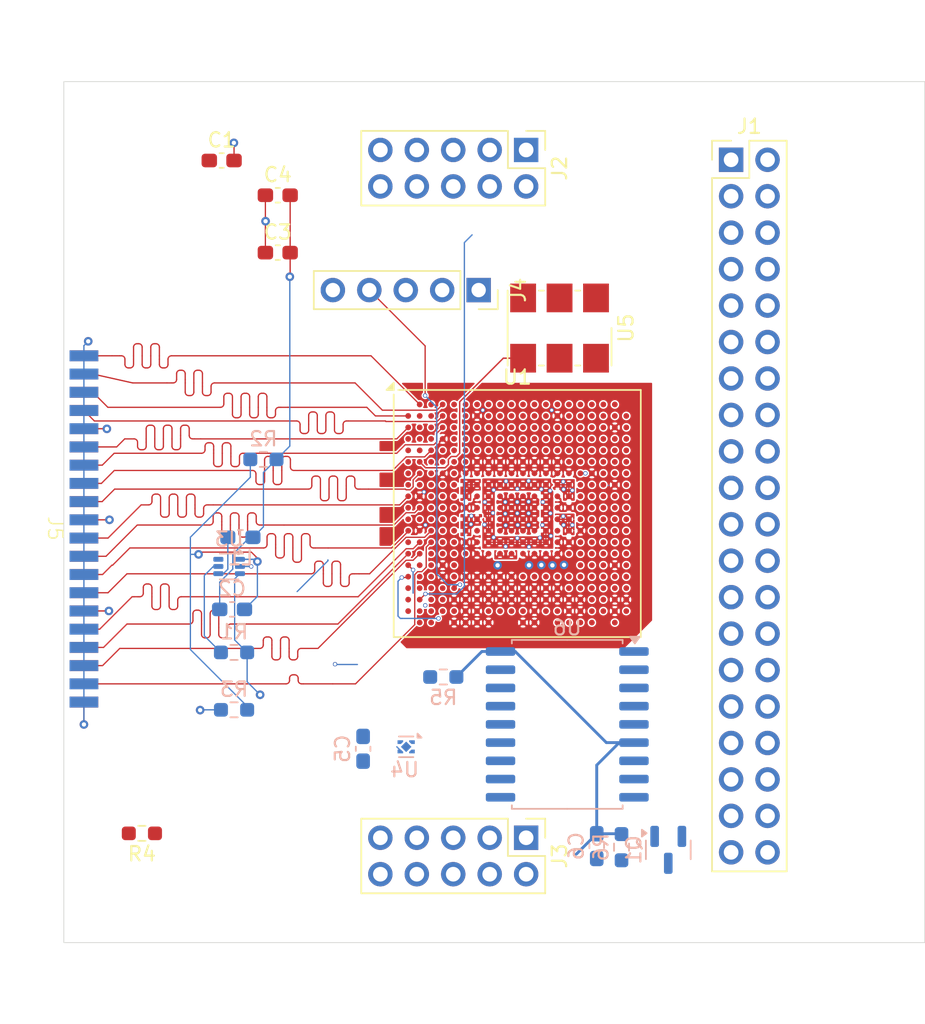
<source format=kicad_pcb>
(kicad_pcb (version 20240108) (generator "pcbnew") (generator_version "8.0")
  (layers (0 "F.Cu" jumper) (1 "In1.Cu" mixed) (2 "In2.Cu" mixed) (31 "B.Cu" signal) (34 "B.Paste" user) (35 "F.Paste" user) (36 "B.SilkS" user "B.Silkscreen") (37 "F.SilkS" user "F.Silkscreen") (38 "B.Mask" user) (39 "F.Mask" user) (44 "Edge.Cuts" user))
  (net 0 "")
  (net 1 "Net-(U3-SW)")
  (net 3 "EN")
  (net 4 "GND")
  (net 5 "Net-(U3-FB)")
  (net 6 "P5.0V")
  (net 7 "P2.5V")
  (net 8 "3V3_IN")
  (net 9 "OSC")
  (net 14 "MOSI0")
  (net 17 "MISO0")
  (net 20 "SCK0")
  (net 22 "HD5")
  (net 23 "HD4")
  (net 24 "HD28")
  (net 25 "HD9")
  (net 26 "Probe_9")
  (net 27 "HD10")
  (net 28 "HD14")
  (net 29 "HD26")
  (net 30 "Probe_7")
  (net 31 "HD21")
  (net 32 "HD18")
  (net 33 "HD11")
  (net 34 "Probe_8")
  (net 35 "Probe_6")
  (net 36 "HD27")
  (net 37 "HD24")
  (net 38 "Probe_4")
  (net 39 "SCS0")
  (net 40 "HD22")
  (net 41 "Probe_15")
  (net 42 "HD30")
  (net 43 "HD0")
  (net 44 "HD3")
  (net 45 "Probe_13")
  (net 46 "HD20")
  (net 47 "HD7")
  (net 48 "Probe_1")
  (net 49 "Probe_11")
  (net 50 "HD13")
  (net 51 "HD29")
  (net 52 "HD31")
  (net 53 "HD25")
  (net 54 "HD19")
  (net 55 "HD16")
  (net 56 "Probe_5")
  (net 57 "Probe_0")
  (net 58 "HD12")
  (net 59 "HD15")
  (net 60 "HD23")
  (net 61 "HD2")
  (net 62 "HD1")
  (net 63 "HD8")
  (net 64 "HD17")
  (net 65 "Probe_10")
  (net 66 "Probe_2")
  (net 67 "Probe_3")
  (net 68 "Probe_12")
  (net 69 "HD6")
  (net 70 "Probe_14")
  (net 71 "P1.1V")
  (net 81 "HTACK")
  (net 94 "HTVLD")
  (net 105 "HTRDY")
  (net 114 "JTAG_TCK")
  (net 118 "JTAG_TMS")
  (net 126 "HTREQ")
  (net 133 "P1.8V")
  (net 134 "HRACT")
  (net 135 "TXD_1")
  (net 155 "HTCLK")
  (net 164 "JTAG_TDO")
  (net 167 "JTAG_TDI")
  (net 196 "HRVLD")
  (net 197 "HRCLK")
  (net 209 "RXD_1")
  (net 212 "Net-(U1H-CFG_0)")
  (net 218 "Net-(U1H-PROGRAMN)")
  (net 229 "Net-(U1H-INITN)")
  (net 234 "Net-(U1H-DONE)")
  (net 240 "Net-(Q1-C)")
  (net 242 "unconnected-(U1D-PR2A{slash}+{slash}HS{slash}RDQ8-PadC18)")
  (footprint "Capacitor_SMD:C_0603_1608Metric_Pad1.08x0.95mm_HandSolder" (layer "F.Cu") (at 27.91 23.92)
    (property "Reference" "C3")
    (property "Value" "10uF")
  )
  (footprint "Capacitor_SMD:C_0603_1608Metric_Pad1.08x0.95mm_HandSolder" (layer "F.Cu") (at 24 17.5)
    (property "Reference" "C1")
    (property "Value" "10uF")
  )
  (footprint "Resistor_SMD:R_0603_1608Metric_Pad0.98x0.95mm_HandSolder" (layer "F.Cu") (at 18.4404 64.389 180)
    (property "Reference" "R4")
    (property "Value" "4.7k")
  )
  (footprint "Connector_PinHeader_2.54mm:PinHeader_2x20_P2.54mm_Vertical" (layer "F.Cu") (at 59.505 17.45)
    (property "Reference" "J1")
    (property "Value" "Yxcon P125-1220A0BS116A1")
  )
  (footprint "Connector_PinHeader_2.54mm:PinHeader_2x05_P2.54mm_Vertical" (layer "F.Cu") (at 45.22 16.765 -90)
    (property "Reference" "J2")
    (property "Value" "Megastar ZX-PZ2.54-2-5PZZ")
  )
  (footprint "Connector_PinHeader_2.54mm:PinHeader_2x05_P2.54mm_Vertical" (layer "F.Cu") (at 45.22 64.695 -90)
    (property "Reference" "J3")
    (property "Value" "Megastar ZX-PZ2.54-2-5PZZ")
  )
  (footprint "Capacitor_SMD:C_0603_1608Metric_Pad1.08x0.95mm_HandSolder" (layer "F.Cu") (at 27.91 19.92)
    (property "Reference" "C4")
    (property "Value" "10uF")
  )
  (footprint "Connector_PinSocket_2.54mm:PinSocket_1x05_P2.54mm_Vertical" (layer "F.Cu") (at 41.91 26.53 -90)
    (property "Reference" "J4")
    (property "Value" "Conn_01x05")
  )
  (footprint "Library:probe_connector" (layer "F.Cu") (at 11.9 43.14 -90)
    (property "Reference" "J5")
    (property "Value" "Conn_02x20_Top_Bottom")
  )
  (footprint "Oscillator:Oscillator_SMD_IDT_JU6-6_7.0x5.0mm_P2.54mm" (layer "F.Cu") (at 47.5488 29.1764 -90)
    (property "Reference" "U5")
    (property "Value" "XUY73")
  )
  (footprint "Package_BGA:Lattice_caBGA-381_17.0x17.0mm_Layout20x20_P0.8mm_Ball0.4mm_Pad0.4mm_NSMD" (layer "F.Cu") (at 44.6 42.1)
    (property "Reference" "U1")
    (property "Value" "ECP5U_25_CABGA381")
  )
  (footprint "Package_SO:SOIC-18W_7.5x11.6mm_P1.27mm" (layer "B.Cu") (at 48.084 56.7944 180)
    (property "Reference" "U6")
    (property "Value" "MCP23S08-E/SO")
  )
  (footprint "Resistor_SMD:R_0603_1608Metric_Pad0.98x0.95mm_HandSolder" (layer "B.Cu") (at 26.91 38.3275 180)
    (property "Reference" "R2")
    (property "Value" "100k")
  )
  (footprint "Resistor_SMD:R_0603_1608Metric_Pad0.98x0.95mm_HandSolder" (layer "B.Cu") (at 39.4462 53.4924)
    (property "Reference" "R5")
    (property "Value" "4.7k")
  )
  (footprint "Resistor_SMD:R_0603_1608Metric_Pad0.98x0.95mm_HandSolder" (layer "B.Cu") (at 24.8625 55.78 180)
    (property "Reference" "R3")
    (property "Value" "120k")
  )
  (footprint "Package_TO_SOT_SMD:SOT-23" (layer "B.Cu") (at 55.125 65.5375 -90)
    (property "Reference" "Q1")
    (property "Value" "MMBTA06")
  )
  (footprint "Resistor_SMD:R_0603_1608Metric_Pad0.98x0.95mm_HandSolder" (layer "B.Cu") (at 24.8625 51.78 180)
    (property "Reference" "R1")
    (property "Value" "10k")
  )
  (footprint "Resistor_SMD:R_0603_1608Metric_Pad0.98x0.95mm_HandSolder" (layer "B.Cu") (at 51.8668 65.3523 -90)
    (property "Reference" "R6")
    (property "Value" "4.7k")
  )
  (footprint "Package_TO_SOT_SMD:SOT-563" (layer "B.Cu") (at 24.52 45.79 180)
    (property "Reference" "U3")
    (property "Value" "TLV62569DRL")
  )
  (footprint "Capacitor_SMD:C_0603_1608Metric_Pad1.08x0.95mm_HandSolder" (layer "B.Cu") (at 24.725 48.78 180)
    (property "Reference" "C2")
    (property "Value" "10pF")
  )
  (footprint "Capacitor_SMD:C_0603_1608Metric_Pad1.08x0.95mm_HandSolder" (layer "B.Cu") (at 50.1396 65.2769 -90)
    (property "Reference" "C6")
    (property "Value" "0.01uF")
  )
  (footprint "Package_DFN_QFN:OnSemi_XDFN4-1EP_1.0x1.0mm_EP0.52x0.52mm" (layer "B.Cu") (at 36.8582 58.3576 180)
    (property "Reference" "U4")
    (property "Value" "NCP115CMX250TCG")
  )
  (footprint "Capacitor_SMD:C_0603_1608Metric_Pad1.08x0.95mm_HandSolder" (layer "B.Cu") (at 33.8582 58.4951 -90)
    (property "Reference" "C5")
    (property "Value" "4.7uF")
  )
  (footprint "Inductor_SMD:L_0603_1608Metric_Pad1.05x0.95mm_HandSolder" (layer "B.Cu") (at 25.305 43.76)
    (property "Reference" "L1")
    (property "Value" "2.2uH")
  )
  (gr_rect (start 13 12) (end 73 72) (stroke (width 0.05)) (fill none) (layer "Edge.Cuts"))
  (segment (start 24.43 43.76) (end 24.43 45.98) (width 0.09) (layer "B.Cu") (net 1))
  (segment (start 24.43 45.98) (end 24.12 46.29) (width 0.09) (layer "B.Cu") (net 1))
  (segment (start 24.12 46.29) (end 23.77 46.29) (width 0.09) (layer "B.Cu") (net 1))
  (segment (start 22.79 50.62) (end 23.95 51.78) (width 0.09) (layer "B.Cu") (net 3))
  (segment (start 23.77 45.79) (end 23.42 45.79) (width 0.09) (layer "B.Cu") (net 3))
  (segment (start 36.5332 58.6826) (end 36.2082 58.3576) (width 0.09) (layer "B.Cu") (net 3))
  (segment (start 22.79 46.42) (end 22.79 50.62) (width 0.09) (layer "B.Cu") (net 3))
  (segment (start 23.42 45.79) (end 22.79 46.42) (width 0.09) (layer "B.Cu") (net 3))
  (segment (start 24.8625 17.5) (end 24.8625 16.2825) (width 0.09) (layer "F.Cu") (net 4))
  (segment (start 41.8 35.3) (end 42.2 34.9) (width 0.09) (layer "F.Cu") (net 4))
  (segment (start 14.4 36.19) (end 15.99 36.19) (width 0.09) (layer "F.Cu") (net 4))
  (segment (start 27.0475 21.7175) (end 27.06 21.73) (width 0.09) (layer "F.Cu") (net 4))
  (segment (start 24.8625 17.5) (end 24.8625 17.735) (width 0.09) (layer "F.Cu") (net 4))
  (segment (start 27.0475 21.7425) (end 27.0475 23.92) (width 0.09) (layer "F.Cu") (net 4))
  (segment (start 14.4 56.8) (end 14.4 55.24) (width 0.09) (layer "F.Cu") (net 4))
  (segment (start 14.4 42.54) (end 16.18 42.54) (width 0.09) (layer "F.Cu") (net 4))
  (segment (start 24.8625 16.2825) (end 24.85 16.27) (width 0.09) (layer "F.Cu") (net 4))
  (segment (start 47.4 35.3) (end 47 34.9) (width 0.09) (layer "F.Cu") (net 4))
  (segment (start 37.8 40.9) (end 38.1 40.6) (width 0.09) (layer "F.Cu") (net 4))
  (segment (start 37.8 43.3) (end 38.2 42.9) (width 0.09) (layer "F.Cu") (net 4))
  (segment (start 14.4 48.89) (end 16.14 48.89) (width 0.09) (layer "F.Cu") (net 4))
  (segment (start 15.99 36.19) (end 16 36.2) (width 0.09) (layer "F.Cu") (net 4))
  (segment (start 27.06 21.73) (end 27.0475 21.7425) (width 0.09) (layer "F.Cu") (net 4))
  (segment (start 27.0475 19.92) (end 27.0475 21.7175) (width 0.09) (layer "F.Cu") (net 4))
  (via (at 42.2 34.9) (size 0.3) (drill 0.2) (layers "F.Cu" "B.Cu") (net 4))
  (via (at 26.06 45.79) (size 0.3) (drill 0.2) (layers "F.Cu" "B.Cu") (net 4))
  (via (at 16.14 48.89) (size 0.6) (drill 0.3) (layers "F.Cu" "B.Cu") (net 4))
  (via (at 16.18 42.54) (size 0.6) (drill 0.3) (layers "F.Cu" "B.Cu") (net 4))
  (via (at 47.86 45.68) (size 0.6) (drill 0.3) (layers "F.Cu" "B.Cu") (net 4))
  (via (at 44.6024 41.3004) (size 0.3) (drill 0.2) (layers "F.Cu" "B.Cu") (net 4))
  (via (at 44.6024 42.0878) (size 0.3) (drill 0.2) (layers "F.Cu" "B.Cu") (net 4))
  (via (at 24.85 16.27) (size 0.6) (drill 0.3) (layers "F.Cu" "B.Cu") (net 4))
  (via (at 22.5 55.8) (size 0.6) (drill 0.3) (layers "F.Cu" "B.Cu") (net 4))
  (via (at 43.23 45.71) (size 0.6) (drill 0.3) (layers "F.Cu" "B.Cu") (net 4))
  (via (at 44.6278 42.9006) (size 0.3) (drill 0.2) (layers "F.Cu" "B.Cu") (net 4))
  (via (at 31.9 52.6) (size 0.3) (drill 0.2) (layers "F.Cu" "B.Cu") (net 4))
  (via (at 14.4 56.8) (size 0.6) (drill 0.3) (layers "F.Cu" "B.Cu") (net 4))
  (via (at 43.7642 41.3004) (size 0.3) (drill 0.2) (layers "F.Cu" "B.Cu") (net 4))
  (via (at 38.2 42.9) (size 0.3) (drill 0.2) (layers "F.Cu" "B.Cu") (net 4))
  (via (at 16 36.2) (size 0.6) (drill 0.3) (layers "F.Cu" "B.Cu") (net 4))
  (via (at 45.42 45.7) (size 0.6) (drill 0.3) (layers "F.Cu" "B.Cu") (net 4))
  (via (at 43.7642 42.1132) (size 0.3) (drill 0.2) (layers "F.Cu" "B.Cu") (net 4))
  (via (at 47.05 45.71) (size 0.6) (drill 0.3) (layers "F.Cu" "B.Cu") (net 4))
  (via (at 14.7 30.1) (size 0.6) (drill 0.3) (layers "F.Cu" "B.Cu") (net 4))
  (via (at 43.7896 42.926) (size 0.3) (drill 0.2) (layers "F.Cu" "B.Cu") (net 4))
  (via (at 45.3898 42.0878) (size 0.3) (drill 0.2) (layers "F.Cu" "B.Cu") (net 4))
  (via (at 45.3898 42.9006) (size 0.3) (drill 0.2) (layers "F.Cu" "B.Cu") (net 4))
  (via (at 38.1 40.6) (size 0.3) (drill 0.2) (layers "F.Cu" "B.Cu") (net 4))
  (via (at 45.3898 41.275) (size 0.3) (drill 0.2) (layers "F.Cu" "B.Cu") (net 4))
  (via (at 46.28 45.69) (size 0.6) (drill 0.3) (layers "F.Cu" "B.Cu") (net 4))
  (via (at 27.06 21.73) (size 0.6) (drill 0.3) (layers "F.Cu" "B.Cu") (net 4))
  (via (at 47 34.9) (size 0.3) (drill 0.2) (layers "F.Cu" "B.Cu") (net 4))
  (segment (start 14.4 55.24) (end 14.4 56.8) (width 0.09) (layer "B.Cu") (net 4))
  (segment (start 22.52 55.78) (end 22.5 55.8) (width 0.09) (layer "B.Cu") (net 4))
  (segment (start 14.4 31.11) (end 14.4 30.4) (width 0.09) (layer "B.Cu") (net 4))
  (segment (start 33.46 52.62) (end 31.92 52.62) (width 0.09) (layer "B.Cu") (net 4))
  (segment (start 23.95 55.78) (end 22.52 55.78) (width 0.09) (layer "B.Cu") (net 4))
  (segment (start 25.27 45.79) (end 26.06 45.79) (width 0.09) (layer "B.Cu") (net 4))
  (segment (start 14.4 31.11) (end 14.4 55.24) (width 0.09) (layer "B.Cu") (net 4))
  (segment (start 31.92 52.62) (end 31.9 52.6) (width 0.09) (layer "B.Cu") (net 4))
  (segment (start 14.4 30.4) (end 14.7 30.1) (width 0.09) (layer "B.Cu") (net 4))
  (segment (start 22.545 44.79) (end 26.07 44.79) (width 0.09) (layer "F.Cu") (net 5))
  (segment (start 26.489479 45.209479) (end 26.489479 45.446416) (width 0.09) (layer "F.Cu") (net 5))
  (segment (start 26.07 44.79) (end 26.489479 45.209479) (width 0.09) (layer "F.Cu") (net 5))
  (segment (start 22.39 44.945) (end 22.545 44.79) (width 0.09) (layer "F.Cu") (net 5))
  (via (at 22.39 44.945) (size 0.6) (drill 0.3) (layers "F.Cu" "B.Cu") (net 5))
  (via (at 26.489479 45.446416) (size 0.6) (drill 0.3) (layers "F.Cu" "B.Cu") (net 5))
  (segment (start 26.333063 45.29) (end 26.489479 45.446416) (width 0.09) (layer "B.Cu") (net 5))
  (segment (start 25.27 45.29) (end 26.23 45.29) (width 0.09) (layer "B.Cu") (net 5))
  (segment (start 21.82 51.58) (end 25.775 55.535) (width 0.09) (layer "B.Cu") (net 5))
  (segment (start 25.27 45.29) (end 25.977194 45.29) (width 0.09) (layer "B.Cu") (net 5))
  (segment (start 25.9975 38.3275) (end 25.9975 39.5725) (width 0.09) (layer "B.Cu") (net 5))
  (segment (start 26.49 47.8775) (end 25.5875 48.78) (width 0.09) (layer "B.Cu") (net 5))
  (segment (start 26.489479 45.446416) (end 26.49 45.446937) (width 0.09) (layer "B.Cu") (net 5))
  (segment (start 22.39 44.945) (end 21.845 44.945) (width 0.09) (layer "B.Cu") (net 5))
  (segment (start 21.82 43.75) (end 21.82 44.92) (width 0.09) (layer "B.Cu") (net 5))
  (segment (start 25.9975 39.5725) (end 21.82 43.75) (width 0.09) (layer "B.Cu") (net 5))
  (segment (start 26.49 45.446937) (end 26.49 47.8775) (width 0.09) (layer "B.Cu") (net 5))
  (segment (start 25.977194 45.29) (end 26.333063 45.29) (width 0.09) (layer "B.Cu") (net 5))
  (segment (start 25.775 55.535) (end 25.775 55.78) (width 0.09) (layer "B.Cu") (net 5))
  (segment (start 21.82 44.92) (end 21.82 51.58) (width 0.09) (layer "B.Cu") (net 5))
  (segment (start 21.845 44.945) (end 21.82 44.92) (width 0.09) (layer "B.Cu") (net 5))
  (via (at 26.68 54.73) (size 0.6) (drill 0.3) (layers "F.Cu" "B.Cu") (net 6))
  (segment (start 24.905 50.91) (end 25.775 51.78) (width 0.09) (layer "B.Cu") (net 6))
  (segment (start 26.68 54.73) (end 25.775 53.825) (width 0.09) (layer "B.Cu") (net 6))
  (segment (start 25.775 53.825) (end 25.775 51.78) (width 0.09) (layer "B.Cu") (net 6))
  (segment (start 24.905 46.655) (end 24.905 50.91) (width 0.09) (layer "B.Cu") (net 6))
  (segment (start 25.27 46.29) (end 24.905 46.655) (width 0.09) (layer "B.Cu") (net 6))
  (segment (start 48.2 42.5) (end 48.2 43.3) (width 0.09) (layer "F.Cu") (net 8))
  (segment (start 47.8 42.5) (end 47.4 42.5) (width 0.09) (layer "F.Cu") (net 8))
  (segment (start 48.2 42.5) (end 47.8 42.5) (width 0.09) (layer "F.Cu") (net 8))
  (segment (start 47.4 40.1) (end 48.2 40.1) (width 0.09) (layer "F.Cu") (net 8))
  (segment (start 48.2 40.1) (end 48.2 40.9) (width 0.09) (layer "F.Cu") (net 8))
  (via (at 41.402 42.2656) (size 0.3) (drill 0.2) (layers "F.Cu" "B.Cu") (net 8))
  (via (at 41.3766 42.8498) (size 0.3) (drill 0.2) (layers "F.Cu" "B.Cu") (net 8))
  (via (at 48.4378 42.9006) (size 0.3) (drill 0.2) (layers "F.Cu" "B.Cu") (net 8))
  (via (at 47.8028 39.878) (size 0.3) (drill 0.2) (layers "F.Cu" "B.Cu") (net 8))
  (via (at 47.8028 42.291) (size 0.3) (drill 0.2) (layers "F.Cu" "B.Cu") (net 8))
  (via (at 47.8282 40.4114) (size 0.3) (drill 0.2) (layers "F.Cu" "B.Cu") (net 8))
  (via (at 48.4378 40.4876) (size 0.3) (drill 0.2) (layers "F.Cu" "B.Cu") (net 8))
  (via (at 47.8282 42.9006) (size 0.3) (drill 0.2) (layers "F.Cu" "B.Cu") (net 8))
  (segment (start 51.709001 58.0644) (end 52.734 58.0644) (width 0.2) (layer "B.Cu") (net 8))
  (segment (start 50.1396 64.4144) (end 48.7172 65.8368) (width 0.2) (layer "B.Cu") (net 8))
  (segment (start 40.3587 53.4924) (end 42.1367 51.7144) (width 0.2) (layer "B.Cu") (net 8))
  (segment (start 31.405 45.395) (end 31.405 45.33) (width 0.09) (layer "B.Cu") (net 8))
  (segment (start 44.458999 51.7144) (end 50.808999 58.0644) (width 0.2) (layer "B.Cu") (net 8))
  (segment (start 43.434 51.7144) (end 44.458999 51.7144) (width 0.2) (layer "B.Cu") (net 8))
  (segment (start 42.1367 51.7144) (end 43.434 51.7144) (width 0.2) (layer "B.Cu") (net 8))
  (segment (start 50.1396 64.4144) (end 51.8414 64.4144) (width 0.2) (layer "B.Cu") (net 8))
  (segment (start 51.8414 64.4144) (end 51.8668 64.4398) (width 0.2) (layer "B.Cu") (net 8))
  (segment (start 29.26 47.54) (end 31.405 45.395) (width 0.09) (layer "B.Cu") (net 8))
  (segment (start 50.808999 58.0644) (end 52.734 58.0644) (width 0.2) (layer "B.Cu") (net 8))
  (segment (start 50.1396 64.4144) (end 50.1396 59.633801) (width 0.2) (layer "B.Cu") (net 8))
  (segment (start 50.1396 59.633801) (end 51.709001 58.0644) (width 0.2) (layer "B.Cu") (net 8))
  (segment (start 39.8018 38.6842) (end 39.5732 38.9128) (width 0.1) (layer "F.Cu") (net 9))
  (segment (start 45.0088 31.2764) (end 43.6282 31.2764) (width 0.1) (layer "F.Cu") (net 9))
  (segment (start 40.5892 34.3154) (end 40.5892 37.8968) (width 0.1) (layer "F.Cu") (net 9))
  (segment (start 40.005 38.1254) (end 39.8018 38.3286) (width 0.1) (layer "F.Cu") (net 9))
  (segment (start 40.5892 37.8968) (end 40.3606 38.1254) (width 0.1) (layer "F.Cu") (net 9))
  (segment (start 43.6282 31.2764) (end 40.5892 34.3154) (width 0.1) (layer "F.Cu") (net 9))
  (segment (start 39.5732 38.9128) (end 38.2128 38.9128) (width 0.1) (layer "F.Cu") (net 9))
  (segment (start 40.3606 38.1254) (end 40.005 38.1254) (width 0.1) (layer "F.Cu") (net 9))
  (segment (start 39.8018 38.3286) (end 39.8018 38.6842) (width 0.1) (layer "F.Cu") (net 9))
  (segment (start 38.2128 38.9128) (end 37.8 38.5) (width 0.1) (layer "F.Cu") (net 9))
  (segment (start 37.8028 48.1) (end 38.2016 47.7012) (width 0.09) (layer "F.Cu") (net 17))
  (segment (start 37.8 48.1) (end 37.8028 48.1) (width 0.09) (layer "F.Cu") (net 17))
  (via (at 38.2016 47.7012) (size 0.3) (drill 0.2) (layers "F.Cu" "B.Cu") (net 17))
  (segment (start 38.2016 47.7012) (end 40.385994 47.7012) (width 0.09) (layer "B.Cu") (net 17))
  (segment (start 40.915 47.172194) (end 40.915 46.9646) (width 0.09) (layer "B.Cu") (net 17))
  (segment (start 40.915 23.22) (end 40.915 46.9646) (width 0.09) (layer "B.Cu") (net 17))
  (segment (start 41.4528 22.6822) (end 40.915 23.22) (width 0.09) (layer "B.Cu") (net 17))
  (segment (start 40.385994 47.7012) (end 40.915 47.172194) (width 0.09) (layer "B.Cu") (net 17))
  (segment (start 49.8 40.9) (end 49.8 40.98) (width 0.09) (layer "F.Cu") (net 23))
  (segment (start 25.807685 42.66) (end 25.807685 42.296397) (width 0.09) (layer "F.Cu") (net 26))
  (segment (start 25.807685 43.503578) (end 25.807685 42.9) (width 0.09) (layer "F.Cu") (net 26))
  (segment (start 23.407685 42.66) (end 23.407685 42.296397) (width 0.09) (layer "F.Cu") (net 26))
  (segment (start 24.247685 43.743578) (end 24.367685 43.743578) (width 0.09) (layer "F.Cu") (net 26))
  (segment (start 36.857096 42.045) (end 37.455 42.045) (width 0.09) (layer "F.Cu") (net 26))
  (segment (start 24.007685 42.66) (end 24.007685 42.9) (width 0.09) (layer "F.Cu") (net 26))
  (segment (start 28.345488 42.9) (end 36.002096 42.9) (width 0.09) (layer "F.Cu") (net 26))
  (segment (start 23.647685 42.056397) (end 23.767685 42.056397) (width 0.09) (layer "F.Cu") (net 26))
  (segment (start 26.047685 42.056397) (end 26.167685 42.056397) (width 0.09) (layer "F.Cu") (net 26))
  (segment (start 37.455 42.045) (end 37.8 41.7) (width 0.09) (layer "F.Cu") (net 26))
  (segment (start 25.447685 43.743578) (end 25.567685 43.743578) (width 0.09) (layer "F.Cu") (net 26))
  (segment (start 24.847685 42.056397) (end 24.967685 42.056397) (width 0.09) (layer "F.Cu") (net 26))
  (segment (start 25.207685 42.296397) (end 25.207685 42.9) (width 0.09) (layer "F.Cu") (net 26))
  (segment (start 24.607685 42.9) (end 24.607685 42.296397) (width 0.09) (layer "F.Cu") (net 26))
  (segment (start 25.207685 42.9) (end 25.207685 43.503578) (width 0.09) (layer "F.Cu") (net 26))
  (segment (start 14.4 45.08) (end 15.94 45.08) (width 0.09) (layer "F.Cu") (net 26))
  (segment (start 24.007685 42.296397) (end 24.007685 42.66) (width 0.09) (layer "F.Cu") (net 26))
  (segment (start 18.12 42.9) (end 23.167685 42.9) (width 0.09) (layer "F.Cu") (net 26))
  (segment (start 24.007685 42.9) (end 24.007685 43.503578) (width 0.09) (layer "F.Cu") (net 26))
  (segment (start 36.002096 42.9) (end 36.857096 42.045) (width 0.09) (layer "F.Cu") (net 26))
  (segment (start 25.807685 42.9) (end 25.807685 42.66) (width 0.09) (layer "F.Cu") (net 26))
  (segment (start 26.407685 42.296397) (end 26.407685 42.66) (width 0.09) (layer "F.Cu") (net 26))
  (segment (start 24.607685 43.503578) (end 24.607685 42.9) (width 0.09) (layer "F.Cu") (net 26))
  (segment (start 26.767685 42.9) (end 28.345488 42.9) (width 0.09) (layer "F.Cu") (net 26))
  (segment (start 15.94 45.08) (end 18.12 42.9) (width 0.09) (layer "F.Cu") (net 26))
  (segment (start 26.647685 42.9) (end 26.767685 42.9) (width 0.09) (layer "F.Cu") (net 26))
  (arc (start 24.967685 42.056397) (mid 25.137391 42.126691) (end 25.207685 42.296397) (width 0.09) (layer "F.Cu") (net 26))
  (arc (start 23.167685 42.9) (mid 23.337391 42.829706) (end 23.407685 42.66) (width 0.09) (layer "F.Cu") (net 26))
  (arc (start 25.207685 43.503578) (mid 25.277979 43.673284) (end 25.447685 43.743578) (width 0.09) (layer "F.Cu") (net 26))
  (arc (start 25.567685 43.743578) (mid 25.737391 43.673284) (end 25.807685 43.503578) (width 0.09) (layer "F.Cu") (net 26))
  (arc (start 24.007685 43.503578) (mid 24.077979 43.673284) (end 24.247685 43.743578) (width 0.09) (layer "F.Cu") (net 26))
  (arc (start 26.167685 42.056397) (mid 26.337391 42.126691) (end 26.407685 42.296397) (width 0.09) (layer "F.Cu") (net 26))
  (arc (start 23.767685 42.056397) (mid 23.937391 42.126691) (end 24.007685 42.296397) (width 0.09) (layer "F.Cu") (net 26))
  (arc (start 24.607685 42.296397) (mid 24.677979 42.126691) (end 24.847685 42.056397) (width 0.09) (layer "F.Cu") (net 26))
  (arc (start 26.407685 42.66) (mid 26.477979 42.829706) (end 26.647685 42.9) (width 0.09) (layer "F.Cu") (net 26))
  (arc (start 23.407685 42.296397) (mid 23.477979 42.126691) (end 23.647685 42.056397) (width 0.09) (layer "F.Cu") (net 26))
  (arc (start 24.367685 43.743578) (mid 24.537391 43.673284) (end 24.607685 43.503578) (width 0.09) (layer "F.Cu") (net 26))
  (arc (start 25.807685 42.296397) (mid 25.877979 42.126691) (end 26.047685 42.056397) (width 0.09) (layer "F.Cu") (net 26))
  (segment (start 50.952875 40.15081) (end 50.963685 40.14) (width 0.09) (layer "B.Cu") (net 27))
  (segment (start 49 39.3) (end 49.349997 39.3) (width 0.09) (layer "F.Cu") (net 28))
  (via (at 49.349997 39.3) (size 0.3) (drill 0.2) (layers "F.Cu" "B.Cu") (net 28))
  (segment (start 49.8 37.7) (end 49.8 37.68) (width 0.09) (layer "F.Cu") (net 29))
  (segment (start 32.08248 40.4) (end 32.08248 40.969679) (width 0.09) (layer "F.Cu") (net 30))
  (segment (start 31.48248 40.969679) (end 31.48248 40.4) (width 0.09) (layer "F.Cu") (net 30))
  (segment (start 36.857096 40.445) (end 37.142904 40.445) (width 0.09) (layer "F.Cu") (net 30))
  (segment (start 32.68248 40.4) (end 32.68248 40.16) (width 0.09) (layer "F.Cu") (net 30))
  (segment (start 32.68248 40.969679) (end 32.68248 40.4) (width 0.09) (layer "F.Cu") (net 30))
  (segment (start 15.67 41.27) (end 16.54 40.4) (width 0.09) (layer "F.Cu") (net 30))
  (segment (start 16.54 40.4) (end 30.04248 40.4) (width 0.09) (layer "F.Cu") (net 30))
  (segment (start 31.72248 39.490333) (end 31.84248 39.490333) (width 0.09) (layer "F.Cu") (net 30))
  (segment (start 36.812096 40.4) (end 36.857096 40.445) (width 0.09) (layer "F.Cu") (net 30))
  (segment (start 30.88248 39.730309) (end 30.88248 40.16) (width 0.09) (layer "F.Cu") (net 30))
  (segment (start 33.28248 39.730309) (end 33.28248 40.16) (width 0.09) (layer "F.Cu") (net 30))
  (segment (start 31.12248 41.209679) (end 31.24248 41.209679) (width 0.09) (layer "F.Cu") (net 30))
  (segment (start 37.345 40.242904) (end 37.345 39.755) (width 0.09) (layer "F.Cu") (net 30))
  (segment (start 31.48248 40.4) (end 31.48248 39.730333) (width 0.09) (layer "F.Cu") (net 30))
  (segment (start 33.52248 40.4) (end 33.64248 40.4) (width 0.09) (layer "F.Cu") (net 30))
  (segment (start 32.32248 41.209679) (end 32.44248 41.209679) (width 0.09) (layer "F.Cu") (net 30))
  (segment (start 37.142904 40.445) (end 37.345 40.242904) (width 0.09) (layer "F.Cu") (net 30))
  (segment (start 37.345 39.755) (end 37.8 39.3) (width 0.09) (layer "F.Cu") (net 30))
  (segment (start 32.68248 40.16) (end 32.68248 39.730309) (width 0.09) (layer "F.Cu") (net 30))
  (segment (start 14.4 41.27) (end 15.67 41.27) (width 0.09) (layer "F.Cu") (net 30))
  (segment (start 30.28248 40.16) (end 30.28248 39.730309) (width 0.09) (layer "F.Cu") (net 30))
  (segment (start 30.88248 40.4) (end 30.88248 40.969679) (width 0.09) (layer "F.Cu") (net 30))
  (segment (start 33.64248 40.4) (end 34.232989 40.4) (width 0.09) (layer "F.Cu") (net 30))
  (segment (start 32.92248 39.490309) (end 33.04248 39.490309) (width 0.09) (layer "F.Cu") (net 30))
  (segment (start 30.52248 39.490309) (end 30.64248 39.490309) (width 0.09) (layer "F.Cu") (net 30))
  (segment (start 32.08248 39.730333) (end 32.08248 40.4) (width 0.09) (layer "F.Cu") (net 30))
  (segment (start 30.88248 40.16) (end 30.88248 40.4) (width 0.09) (layer "F.Cu") (net 30))
  (segment (start 34.232989 40.4) (end 36.812096 40.4) (width 0.09) (layer "F.Cu") (net 30))
  (arc (start 30.28248 39.730309) (mid 30.352774 39.560603) (end 30.52248 39.490309) (width 0.09) (layer "F.Cu") (net 30))
  (arc (start 31.24248 41.209679) (mid 31.412186 41.139385) (end 31.48248 40.969679) (width 0.09) (layer "F.Cu") (net 30))
  (arc (start 32.68248 39.730309) (mid 32.752774 39.560603) (end 32.92248 39.490309) (width 0.09) (layer "F.Cu") (net 30))
  (arc (start 32.08248 40.969679) (mid 32.152774 41.139385) (end 32.32248 41.209679) (width 0.09) (layer "F.Cu") (net 30))
  (arc (start 31.48248 39.730333) (mid 31.552774 39.560627) (end 31.72248 39.490333) (width 0.09) (layer "F.Cu") (net 30))
  (arc (start 33.04248 39.490309) (mid 33.212186 39.560603) (end 33.28248 39.730309) (width 0.09) (layer "F.Cu") (net 30))
  (arc (start 31.84248 39.490333) (mid 32.012186 39.560627) (end 32.08248 39.730333) (width 0.09) (layer "F.Cu") (net 30))
  (arc (start 32.44248 41.209679) (mid 32.612186 41.139385) (end 32.68248 40.969679) (width 0.09) (layer "F.Cu") (net 30))
  (arc (start 33.28248 40.16) (mid 33.352774 40.329706) (end 33.52248 40.4) (width 0.09) (layer "F.Cu") (net 30))
  (arc (start 30.04248 40.4) (mid 30.212186 40.329706) (end 30.28248 40.16) (width 0.09) (layer "F.Cu") (net 30))
  (arc (start 30.88248 40.969679) (mid 30.952774 41.139385) (end 31.12248 41.209679) (width 0.09) (layer "F.Cu") (net 30))
  (arc (start 30.64248 39.490309) (mid 30.812186 39.560603) (end 30.88248 39.730309) (width 0.09) (layer "F.Cu") (net 30))
  (segment (start 23.412864 41.5) (end 36.4 41.5) (width 0.09) (layer "F.Cu") (net 34))
  (segment (start 21.783007 40.746932) (end 21.903007 40.746932) (width 0.09) (layer "F.Cu") (net 34))
  (segment (start 14.4 43.81) (end 16.08 43.81) (width 0.09) (layer "F.Cu") (net 34))
  (segment (start 16.08 43.81) (end 18.39 41.5) (width 0.09) (layer "F.Cu") (net 34))
  (segment (start 22.983007 41.5) (end 23.103007 41.5) (width 0.09) (layer "F.Cu") (net 34))
  (segment (start 20.943007 40.986932) (end 20.943007 41.5) (width 0.09) (layer "F.Cu") (net 34))
  (segment (start 21.543007 41.5) (end 21.543007 40.986932) (width 0.09) (layer "F.Cu") (net 34))
  (segment (start 22.143007 41.74) (end 22.143007 42.113076) (width 0.09) (layer "F.Cu") (net 34))
  (segment (start 19.743007 40.986932) (end 19.743007 41.26) (width 0.09) (layer "F.Cu") (net 34))
  (segment (start 19.383007 40.746932) (end 19.503007 40.746932) (width 0.09) (layer "F.Cu") (net 34))
  (segment (start 21.183007 42.353051) (end 21.303007 42.353051) (width 0.09) (layer "F.Cu") (net 34))
  (segment (start 22.143007 41.5) (end 22.143007 41.74) (width 0.09) (layer "F.Cu") (net 34))
  (segment (start 22.383007 42.353076) (end 22.503007 42.353076) (width 0.09) (layer "F.Cu") (net 34))
  (segment (start 20.343007 42.113051) (end 20.343007 41.5) (width 0.09) (layer "F.Cu") (net 34))
  (segment (start 36.4 41.5) (end 37 40.9) (width 0.09) (layer "F.Cu") (net 34))
  (segment (start 20.943007 41.5) (end 20.943007 42.113051) (width 0.09) (layer "F.Cu") (net 34))
  (segment (start 19.743007 41.26) (end 19.743007 41.5) (width 0.09) (layer "F.Cu") (net 34))
  (segment (start 19.983007 42.353051) (end 20.103007 42.353051) (width 0.09) (layer "F.Cu") (net 34))
  (segment (start 22.143007 40.986932) (end 22.143007 41.5) (width 0.09) (layer "F.Cu") (net 34))
  (segment (start 18.39 41.5) (end 18.903007 41.5) (width 0.09) (layer "F.Cu") (net 34))
  (segment (start 19.743007 41.5) (end 19.743007 42.113051) (width 0.09) (layer "F.Cu") (net 34))
  (segment (start 20.343007 41.5) (end 20.343007 40.986932) (width 0.09) (layer "F.Cu") (net 34))
  (segment (start 21.543007 42.113051) (end 21.543007 41.5) (width 0.09) (layer "F.Cu") (net 34))
  (segment (start 20.583007 40.746932) (end 20.703007 40.746932) (width 0.09) (layer "F.Cu") (net 34))
  (segment (start 19.143007 41.26) (end 19.143007 40.986932) (width 0.09) (layer "F.Cu") (net 34))
  (segment (start 22.743007 42.113076) (end 22.743007 41.74) (width 0.09) (layer "F.Cu") (net 34))
  (segment (start 23.103007 41.5) (end 23.412864 41.5) (width 0.09) (layer "F.Cu") (net 34))
  (arc (start 22.743007 41.74) (mid 22.813301 41.570294) (end 22.983007 41.5) (width 0.09) (layer "F.Cu") (net 34))
  (arc (start 18.903007 41.5) (mid 19.072713 41.429706) (end 19.143007 41.26) (width 0.09) (layer "F.Cu") (net 34))
  (arc (start 19.743007 42.113051) (mid 19.813301 42.282757) (end 19.983007 42.353051) (width 0.09) (layer "F.Cu") (net 34))
  (arc (start 21.303007 42.353051) (mid 21.472713 42.282757) (end 21.543007 42.113051) (width 0.09) (layer "F.Cu") (net 34))
  (arc (start 22.503007 42.353076) (mid 22.672713 42.282782) (end 22.743007 42.113076) (width 0.09) (layer "F.Cu") (net 34))
  (arc (start 21.543007 40.986932) (mid 21.613301 40.817226) (end 21.783007 40.746932) (width 0.09) (layer "F.Cu") (net 34))
  (arc (start 21.903007 40.746932) (mid 22.072713 40.817226) (end 22.143007 40.986932) (width 0.09) (layer "F.Cu") (net 34))
  (arc (start 20.103007 42.353051) (mid 20.272713 42.282757) (end 20.343007 42.113051) (width 0.09) (layer "F.Cu") (net 34))
  (arc (start 19.503007 40.746932) (mid 19.672713 40.817226) (end 19.743007 40.986932) (width 0.09) (layer "F.Cu") (net 34))
  (arc (start 20.703007 40.746932) (mid 20.872713 40.817226) (end 20.943007 40.986932) (width 0.09) (layer "F.Cu") (net 34))
  (arc (start 20.343007 40.986932) (mid 20.413301 40.817226) (end 20.583007 40.746932) (width 0.09) (layer "F.Cu") (net 34))
  (arc (start 20.943007 42.113051) (mid 21.013301 42.282757) (end 21.183007 42.353051) (width 0.09) (layer "F.Cu") (net 34))
  (arc (start 19.143007 40.986932) (mid 19.213301 40.817226) (end 19.383007 40.746932) (width 0.09) (layer "F.Cu") (net 34))
  (arc (start 22.143007 42.113076) (mid 22.213301 42.282782) (end 22.383007 42.353076) (width 0.09) (layer "F.Cu") (net 34))
  (segment (start 35.912096 39.1) (end 36.857096 38.155) (width 0.09) (layer "F.Cu") (net 35))
  (segment (start 27.591006 39.1) (end 27.591006 39.844667) (width 0.09) (layer "F.Cu") (net 35))
  (segment (start 14.4 40) (end 15.62 40) (width 0.09) (layer "F.Cu") (net 35))
  (segment (start 29.031006 39.1) (end 29.151006 39.1) (width 0.09) (layer "F.Cu") (net 35))
  (segment (start 28.791006 38.355309) (end 28.791006 38.86) (width 0.09) (layer "F.Cu") (net 35))
  (segment (start 27.831006 40.084667) (end 27.951006 40.084667) (width 0.09) (layer "F.Cu") (net 35))
  (segment (start 28.431006 38.115309) (end 28.551006 38.115309) (width 0.09) (layer "F.Cu") (net 35))
  (segment (start 26.391006 39.34) (end 26.391006 39.844667) (width 0.09) (layer "F.Cu") (net 35))
  (segment (start 26.991006 39.844667) (end 26.991006 39.34) (width 0.09) (layer "F.Cu") (net 35))
  (segment (start 29.41405 39.1) (end 35.912096 39.1) (width 0.09) (layer "F.Cu") (net 35))
  (segment (start 26.631006 40.084667) (end 26.751006 40.084667) (width 0.09) (layer "F.Cu") (net 35))
  (segment (start 26.991006 39.34) (end 26.991006 39.1) (width 0.09) (layer "F.Cu") (net 35))
  (segment (start 28.191006 39.1) (end 28.191006 38.86) (width 0.09) (layer "F.Cu") (net 35))
  (segment (start 26.991006 39.1) (end 26.991006 38.355309) (width 0.09) (layer "F.Cu") (net 35))
  (segment (start 38.145 38.155) (end 38.6 37.7) (width 0.09) (layer "F.Cu") (net 35))
  (segment (start 27.591006 38.355309) (end 27.591006 39.1) (width 0.09) (layer "F.Cu") (net 35))
  (segment (start 28.191006 38.86) (end 28.191006 38.355309) (width 0.09) (layer "F.Cu") (net 35))
  (segment (start 15.62 40) (end 16.52 39.1) (width 0.09) (layer "F.Cu") (net 35))
  (segment (start 36.857096 38.155) (end 38.145 38.155) (width 0.09) (layer "F.Cu") (net 35))
  (segment (start 16.52 39.1) (end 26.151006 39.1) (width 0.09) (layer "F.Cu") (net 35))
  (segment (start 29.151006 39.1) (end 29.41405 39.1) (width 0.09) (layer "F.Cu") (net 35))
  (segment (start 27.231006 38.115309) (end 27.351006 38.115309) (width 0.09) (layer "F.Cu") (net 35))
  (segment (start 28.191006 39.844667) (end 28.191006 39.1) (width 0.09) (layer "F.Cu") (net 35))
  (arc (start 26.391006 39.844667) (mid 26.4613 40.014373) (end 26.631006 40.084667) (width 0.09) (layer "F.Cu") (net 35))
  (arc (start 26.751006 40.084667) (mid 26.920712 40.014373) (end 26.991006 39.844667) (width 0.09) (layer "F.Cu") (net 35))
  (arc (start 28.551006 38.115309) (mid 28.720712 38.185603) (end 28.791006 38.355309) (width 0.09) (layer "F.Cu") (net 35))
  (arc (start 28.191006 38.355309) (mid 28.2613 38.185603) (end 28.431006 38.115309) (width 0.09) (layer "F.Cu") (net 35))
  (arc (start 27.351006 38.115309) (mid 27.520712 38.185603) (end 27.591006 38.355309) (width 0.09) (layer "F.Cu") (net 35))
  (arc (start 27.591006 39.844667) (mid 27.6613 40.014373) (end 27.831006 40.084667) (width 0.09) (layer "F.Cu") (net 35))
  (arc (start 26.991006 38.355309) (mid 27.0613 38.185603) (end 27.231006 38.115309) (width 0.09) (layer "F.Cu") (net 35))
  (arc (start 26.151006 39.1) (mid 26.320712 39.170294) (end 26.391006 39.34) (width 0.09) (layer "F.Cu") (net 35))
  (arc (start 28.791006 38.86) (mid 28.8613 39.029706) (end 29.031006 39.1) (width 0.09) (layer "F.Cu") (net 35))
  (arc (start 27.951006 40.084667) (mid 28.120712 40.014373) (end 28.191006 39.844667) (width 0.09) (layer "F.Cu") (net 35))
  (segment (start 50.6 37.7) (end 50.634388 37.7) (width 0.09) (layer "F.Cu") (net 37))
  (segment (start 21.139164 37.416529) (end 21.139164 36.9) (width 0.09) (layer "F.Cu") (net 38))
  (segment (start 18.739164 37.14) (end 18.739164 36.9) (width 0.09) (layer "F.Cu") (net 38))
  (segment (start 18.979164 35.943458) (end 19.099164 35.943458) (width 0.09) (layer "F.Cu") (net 38))
  (segment (start 20.539164 36.183458) (end 20.539164 36.9) (width 0.09) (layer "F.Cu") (net 38))
  (segment (start 36.2 36.9) (end 37 36.1) (width 0.09) (layer "F.Cu") (net 38))
  (segment (start 19.339164 36.183458) (end 19.339164 36.9) (width 0.09) (layer "F.Cu") (net 38))
  (segment (start 21.739164 36.183458) (end 21.739164 36.66) (width 0.09) (layer "F.Cu") (net 38))
  (segment (start 19.939164 37.416547) (end 19.939164 36.9) (width 0.09) (layer "F.Cu") (net 38))
  (segment (start 22.099164 36.9) (end 22.54339 36.9) (width 0.09) (layer "F.Cu") (net 38))
  (segment (start 20.779164 37.656529) (end 20.899164 37.656529) (width 0.09) (layer "F.Cu") (net 38))
  (segment (start 21.979164 36.9) (end 22.099164 36.9) (width 0.09) (layer "F.Cu") (net 38))
  (segment (start 19.939164 36.9) (end 19.939164 36.183458) (width 0.09) (layer "F.Cu") (net 38))
  (segment (start 20.179164 35.943458) (end 20.299164 35.943458) (width 0.09) (layer "F.Cu") (net 38))
  (segment (start 18.139164 37.14) (end 18.139164 37.416547) (width 0.09) (layer "F.Cu") (net 38))
  (segment (start 19.339164 36.9) (end 19.339164 37.416547) (width 0.09) (layer "F.Cu") (net 38))
  (segment (start 20.539164 36.9) (end 20.539164 37.416529) (width 0.09) (layer "F.Cu") (net 38))
  (segment (start 16.6813 37.46) (end 17.2413 36.9) (width 0.09) (layer "F.Cu") (net 38))
  (segment (start 14.4 37.46) (end 16.6813 37.46) (width 0.09) (layer "F.Cu") (net 38))
  (segment (start 18.379164 37.656547) (end 18.499164 37.656547) (width 0.09) (layer "F.Cu") (net 38))
  (segment (start 22.54339 36.9) (end 36.2 36.9) (width 0.09) (layer "F.Cu") (net 38))
  (segment (start 18.739164 36.9) (end 18.739164 36.183458) (width 0.09) (layer "F.Cu") (net 38))
  (segment (start 19.579164 37.656547) (end 19.699164 37.656547) (width 0.09) (layer "F.Cu") (net 38))
  (segment (start 17.2413 36.9) (end 17.899164 36.9) (width 0.09) (layer "F.Cu") (net 38))
  (segment (start 21.139164 36.66) (end 21.139164 36.183458) (width 0.09) (layer "F.Cu") (net 38))
  (segment (start 21.139164 36.9) (end 21.139164 36.66) (width 0.09) (layer "F.Cu") (net 38))
  (segment (start 21.379164 35.943458) (end 21.499164 35.943458) (width 0.09) (layer "F.Cu") (net 38))
  (segment (start 18.739164 37.416547) (end 18.739164 37.14) (width 0.09) (layer "F.Cu") (net 38))
  (arc (start 20.299164 35.943458) (mid 20.46887 36.013752) (end 20.539164 36.183458) (width 0.09) (layer "F.Cu") (net 38))
  (arc (start 21.139164 36.183458) (mid 21.209458 36.013752) (end 21.379164 35.943458) (width 0.09) (layer "F.Cu") (net 38))
  (arc (start 21.499164 35.943458) (mid 21.66887 36.013752) (end 21.739164 36.183458) (width 0.09) (layer "F.Cu") (net 38))
  (arc (start 19.099164 35.943458) (mid 19.26887 36.013752) (end 19.339164 36.183458) (width 0.09) (layer "F.Cu") (net 38))
  (arc (start 18.739164 36.183458) (mid 18.809458 36.013752) (end 18.979164 35.943458) (width 0.09) (layer "F.Cu") (net 38))
  (arc (start 20.539164 37.416529) (mid 20.609458 37.586235) (end 20.779164 37.656529) (width 0.09) (layer "F.Cu") (net 38))
  (arc (start 20.899164 37.656529) (mid 21.06887 37.586235) (end 21.139164 37.416529) (width 0.09) (layer "F.Cu") (net 38))
  (arc (start 19.939164 36.183458) (mid 20.009458 36.013752) (end 20.179164 35.943458) (width 0.09) (layer "F.Cu") (net 38))
  (arc (start 21.739164 36.66) (mid 21.809458 36.829706) (end 21.979164 36.9) (width 0.09) (layer "F.Cu") (net 38))
  (arc (start 19.339164 37.416547) (mid 19.409458 37.586253) (end 19.579164 37.656547) (width 0.09) (layer "F.Cu") (net 38))
  (arc (start 19.699164 37.656547) (mid 19.86887 37.586253) (end 19.939164 37.416547) (width 0.09) (layer "F.Cu") (net 38))
  (arc (start 18.499164 37.656547) (mid 18.66887 37.586253) (end 18.739164 37.416547) (width 0.09) (layer "F.Cu") (net 38))
  (arc (start 17.899164 36.9) (mid 18.06887 36.970294) (end 18.139164 37.14) (width 0.09) (layer "F.Cu") (net 38))
  (arc (start 18.139164 37.416547) (mid 18.209458 37.586253) (end 18.379164 37.656547) (width 0.09) (layer "F.Cu") (net 38))
  (segment (start 49 37.7) (end 49 37.67) (width 0.09) (layer "F.Cu") (net 40))
  (segment (start 29.57074 53.97) (end 29.69074 53.97) (width 0.09) (layer "F.Cu") (net 41))
  (segment (start 37.942904 46.155) (end 38.255 45.842904) (width 0.09) (layer "F.Cu") (net 41))
  (segment (start 14.4 53.97) (end 28.49074 53.97) (width 0.09) (layer "F.Cu") (net 41))
  (segment (start 33.33 53.97) (end 37.455 49.845) (width 0.09) (layer "F.Cu") (net 41))
  (segment (start 38.255 45.842904) (end 38.255 44.445) (width 0.09) (layer "F.Cu") (net 41))
  (segment (start 29.33074 53.579069) (end 29.33074 53.73) (width 0.09) (layer "F.Cu") (net 41))
  (segment (start 37.657096 46.155) (end 37.942904 46.155) (width 0.09) (layer "F.Cu") (net 41))
  (segment (start 28.97074 53.339069) (end 29.09074 53.339069) (width 0.09) (layer "F.Cu") (net 41))
  (segment (start 37.455 49.845) (end 37.455 46.357096) (width 0.09) (layer "F.Cu") (net 41))
  (segment (start 28.73074 53.73) (end 28.73074 53.579069) (width 0.09) (layer "F.Cu") (net 41))
  (segment (start 29.69074 53.97) (end 31.74515 53.97) (width 0.09) (layer "F.Cu") (net 41))
  (segment (start 38.255 44.445) (end 38.6 44.1) (width 0.09) (layer "F.Cu") (net 41))
  (segment (start 37.455 46.357096) (end 37.657096 46.155) (width 0.09) (layer "F.Cu") (net 41))
  (segment (start 31.74515 53.97) (end 33.33 53.97) (width 0.09) (layer "F.Cu") (net 41))
  (arc (start 29.09074 53.339069) (mid 29.260446 53.409363) (end 29.33074 53.579069) (width 0.09) (layer "F.Cu") (net 41))
  (arc (start 28.73074 53.579069) (mid 28.801034 53.409363) (end 28.97074 53.339069) (width 0.09) (layer "F.Cu") (net 41))
  (arc (start 28.49074 53.97) (mid 28.660446 53.899706) (end 28.73074 53.73) (width 0.09) (layer "F.Cu") (net 41))
  (arc (start 29.33074 53.73) (mid 29.401034 53.899706) (end 29.57074 53.97) (width 0.09) (layer "F.Cu") (net 41))
  (segment (start 21.99737 49.56) (end 21.99737 49.074363) (width 0.09) (layer "F.Cu") (net 45))
  (segment (start 22.59737 49.8) (end 22.59737 50.525637) (width 0.09) (layer "F.Cu") (net 45))
  (segment (start 15.77 51.43) (end 17.4 49.8) (width 0.09) (layer "F.Cu") (net 45))
  (segment (start 24.03737 50.765637) (end 24.15737 50.765637) (width 0.09) (layer "F.Cu") (net 45))
  (segment (start 14.4 51.43) (end 15.77 51.43) (width 0.09) (layer "F.Cu") (net 45))
  (segment (start 22.59737 49.074363) (end 22.59737 49.56) (width 0.09) (layer "F.Cu") (net 45))
  (segment (start 23.79737 49.074363) (end 23.79737 49.8) (width 0.09) (layer "F.Cu") (net 45))
  (segment (start 24.75737 49.8) (end 25.715388 49.8) (width 0.09) (layer "F.Cu") (net 45))
  (segment (start 22.23737 48.834363) (end 22.35737 48.834363) (width 0.09) (layer "F.Cu") (net 45))
  (segment (start 24.63737 49.8) (end 24.75737 49.8) (width 0.09) (layer "F.Cu") (net 45))
  (segment (start 23.43737 48.834363) (end 23.55737 48.834363) (width 0.09) (layer "F.Cu") (net 45))
  (segment (start 25.715388 49.8) (end 32.1 49.8) (width 0.09) (layer "F.Cu") (net 45))
  (segment (start 17.4 49.8) (end 21.75737 49.8) (width 0.09) (layer "F.Cu") (net 45))
  (segment (start 23.19737 50.525637) (end 23.19737 49.8) (width 0.09) (layer "F.Cu") (net 45))
  (segment (start 24.39737 50.525637) (end 24.39737 50.04) (width 0.09) (layer "F.Cu") (net 45))
  (segment (start 32.1 49.8) (end 37 44.9) (width 0.09) (layer "F.Cu") (net 45))
  (segment (start 22.83737 50.765637) (end 22.95737 50.765637) (width 0.09) (layer "F.Cu") (net 45))
  (segment (start 22.59737 49.56) (end 22.59737 49.8) (width 0.09) (layer "F.Cu") (net 45))
  (segment (start 23.79737 49.8) (end 23.79737 50.04) (width 0.09) (layer "F.Cu") (net 45))
  (segment (start 23.19737 49.8) (end 23.19737 49.074363) (width 0.09) (layer "F.Cu") (net 45))
  (segment (start 23.79737 50.04) (end 23.79737 50.525637) (width 0.09) (layer "F.Cu") (net 45))
  (arc (start 22.95737 50.765637) (mid 23.127076 50.695343) (end 23.19737 50.525637) (width 0.09) (layer "F.Cu") (net 45))
  (arc (start 24.15737 50.765637) (mid 24.327076 50.695343) (end 24.39737 50.525637) (width 0.09) (layer "F.Cu") (net 45))
  (arc (start 23.19737 49.074363) (mid 23.267664 48.904657) (end 23.43737 48.834363) (width 0.09) (layer "F.Cu") (net 45))
  (arc (start 22.59737 50.525637) (mid 22.667664 50.695343) (end 22.83737 50.765637) (width 0.09) (layer "F.Cu") (net 45))
  (arc (start 22.35737 48.834363) (mid 22.527076 48.904657) (end 22.59737 49.074363) (width 0.09) (layer "F.Cu") (net 45))
  (arc (start 23.79737 50.525637) (mid 23.867664 50.695343) (end 24.03737 50.765637) (width 0.09) (layer "F.Cu") (net 45))
  (arc (start 21.75737 49.8) (mid 21.927076 49.729706) (end 21.99737 49.56) (width 0.09) (layer "F.Cu") (net 45))
  (arc (start 23.55737 48.834363) (mid 23.727076 48.904657) (end 23.79737 49.074363) (width 0.09) (layer "F.Cu") (net 45))
  (arc (start 24.39737 50.04) (mid 24.467664 49.870294) (end 24.63737 49.8) (width 0.09) (layer "F.Cu") (net 45))
  (arc (start 21.99737 49.074363) (mid 22.067664 48.904657) (end 22.23737 48.834363) (width 0.09) (layer "F.Cu") (net 45))
  (segment (start 49 38.5) (end 49 38.49) (width 0.09) (layer "F.Cu") (net 46))
  (segment (start 23.26 33.24) (end 23.26 33.642551) (width 0.09) (layer "F.Cu") (net 48))
  (segment (start 22.66 33.642551) (end 22.66 33.24) (width 0.09) (layer "F.Cu") (net 48))
  (segment (start 22.66 33) (end 22.66 32.357452) (width 0.09) (layer "F.Cu") (net 48))
  (segment (start 20.189377 33) (end 17.8 33) (width 0.09) (layer "F.Cu") (net 48))
  (segment (start 21.46 33) (end 21.46 32.76) (width 0.09) (layer "F.Cu") (net 48))
  (segment (start 21.22 32.117452) (end 21.1 32.117452) (width 0.09) (layer "F.Cu") (net 48))
  (segment (start 21.82 33.882554) (end 21.7 33.882554) (width 0.09) (layer "F.Cu") (net 48))
  (segment (start 39.4 34.5) (end 39.0004 34.8996) (width 0.09) (layer "F.Cu") (net 48))
  (segment (start 20.86 32.357452) (end 20.86 32.76) (width 0.09) (layer "F.Cu") (net 48))
  (segment (start 20.5 33) (end 20.189377 33) (width 0.09) (layer "F.Cu") (net 48))
  (segment (start 22.66 33.24) (end 22.66 33) (width 0.09) (layer "F.Cu") (net 48))
  (segment (start 35.1996 34.8996) (end 33.3 33) (width 0.09) (layer "F.Cu") (net 48))
  (segment (start 15.02 32.38) (end 14.4 32.38) (width 0.09) (layer "F.Cu") (net 48))
  (segment (start 21.46 32.76) (end 21.46 32.357452) (width 0.09) (layer "F.Cu") (net 48))
  (segment (start 33.3 33) (end 23.5 33) (width 0.09) (layer "F.Cu") (net 48))
  (segment (start 23.02 33.882551) (end 22.9 33.882551) (width 0.09) (layer "F.Cu") (net 48))
  (segment (start 39.0004 34.8996) (end 35.1996 34.8996) (width 0.09) (layer "F.Cu") (net 48))
  (segment (start 21.46 33.642554) (end 21.46 33) (width 0.09) (layer "F.Cu") (net 48))
  (segment (start 20.62 33) (end 20.5 33) (width 0.09) (layer "F.Cu") (net 48))
  (segment (start 22.06 33) (end 22.06 33.642554) (width 0.09) (layer "F.Cu") (net 48))
  (segment (start 22.42 32.117452) (end 22.3 32.117452) (width 0.09) (layer "F.Cu") (net 48))
  (segment (start 17.8 33) (end 15.02 32.38) (width 0.09) (layer "F.Cu") (net 48))
  (segment (start 22.06 32.357452) (end 22.06 33) (width 0.09) (layer "F.Cu") (net 48))
  (arc (start 22.66 32.357452) (mid 22.589706 32.187746) (end 22.42 32.117452) (width 0.09) (layer "F.Cu") (net 48))
  (arc (start 21.46 32.357452) (mid 21.389706 32.187746) (end 21.22 32.117452) (width 0.09) (layer "F.Cu") (net 48))
  (arc (start 23.5 33) (mid 23.330294 33.070294) (end 23.26 33.24) (width 0.09) (layer "F.Cu") (net 48))
  (arc (start 20.86 32.76) (mid 20.789706 32.929706) (end 20.62 33) (width 0.09) (layer "F.Cu") (net 48))
  (arc (start 22.9 33.882551) (mid 22.730294 33.812257) (end 22.66 33.642551) (width 0.09) (layer "F.Cu") (net 48))
  (arc (start 21.7 33.882554) (mid 21.530294 33.81226) (end 21.46 33.642554) (width 0.09) (layer "F.Cu") (net 48))
  (arc (start 22.3 32.117452) (mid 22.130294 32.187746) (end 22.06 32.357452) (width 0.09) (layer "F.Cu") (net 48))
  (arc (start 23.26 33.642551) (mid 23.189706 33.812257) (end 23.02 33.882551) (width 0.09) (layer "F.Cu") (net 48))
  (arc (start 22.06 33.642554) (mid 21.989706 33.81226) (end 21.82 33.882554) (width 0.09) (layer "F.Cu") (net 48))
  (arc (start 21.1 32.117452) (mid 20.930294 32.187746) (end 20.86 32.357452) (width 0.09) (layer "F.Cu") (net 48))
  (segment (start 30.725954 45.419954) (end 30.845954 45.419954) (width 0.09) (layer "F.Cu") (net 49))
  (segment (start 32.525954 47.180052) (end 32.645954 47.180052) (width 0.09) (layer "F.Cu") (net 49))
  (segment (start 31.085954 46.06) (end 31.085954 46.3) (width 0.09) (layer "F.Cu") (net 49))
  (segment (start 32.285954 45.659952) (end 32.285954 46.3) (width 0.09) (layer "F.Cu") (net 49))
  (segment (start 36.857096 43.755) (end 38.145 43.755) (width 0.09) (layer "F.Cu") (net 49))
  (segment (start 33.245954 46.3) (end 33.58081 46.3) (width 0.09) (layer "F.Cu") (net 49))
  (segment (start 14.4 47.62) (end 16.08 47.62) (width 0.09) (layer "F.Cu") (net 49))
  (segment (start 31.325954 47.180046) (end 31.445954 47.180046) (width 0.09) (layer "F.Cu") (net 49))
  (segment (start 38.145 43.755) (end 38.6 43.3) (width 0.09) (layer "F.Cu") (net 49))
  (segment (start 31.925954 45.419952) (end 32.045954 45.419952) (width 0.09) (layer "F.Cu") (net 49))
  (segment (start 31.685954 46.3) (end 31.685954 45.659952) (width 0.09) (layer "F.Cu") (net 49))
  (segment (start 31.685954 46.940046) (end 31.685954 46.3) (width 0.09) (layer "F.Cu") (net 49))
  (segment (start 34.312096 46.3) (end 36.857096 43.755) (width 0.09) (layer "F.Cu") (net 49))
  (segment (start 17.4 46.3) (end 30.245954 46.3) (width 0.09) (layer "F.Cu") (net 49))
  (segment (start 33.58081 46.3) (end 34.312096 46.3) (width 0.09) (layer "F.Cu") (net 49))
  (segment (start 33.125954 46.3) (end 33.245954 46.3) (width 0.09) (layer "F.Cu") (net 49))
  (segment (start 31.085954 45.659954) (end 31.085954 46.06) (width 0.09) (layer "F.Cu") (net 49))
  (segment (start 32.285954 46.54) (end 32.285954 46.940052) (width 0.09) (layer "F.Cu") (net 49))
  (segment (start 32.285954 46.3) (end 32.285954 46.54) (width 0.09) (layer "F.Cu") (net 49))
  (segment (start 16.08 47.62) (end 17.4 46.3) (width 0.09) (layer "F.Cu") (net 49))
  (segment (start 30.485954 46.06) (end 30.485954 45.659954) (width 0.09) (layer "F.Cu") (net 49))
  (segment (start 32.885954 46.940052) (end 32.885954 46.54) (width 0.09) (layer "F.Cu") (net 49))
  (segment (start 31.085954 46.3) (end 31.085954 46.940046) (width 0.09) (layer "F.Cu") (net 49))
  (arc (start 32.285954 46.940052) (mid 32.356248 47.109758) (end 32.525954 47.180052) (width 0.09) (layer "F.Cu") (net 49))
  (arc (start 30.845954 45.419954) (mid 31.01566 45.490248) (end 31.085954 45.659954) (width 0.09) (layer "F.Cu") (net 49))
  (arc (start 30.485954 45.659954) (mid 30.556248 45.490248) (end 30.725954 45.419954) (width 0.09) (layer "F.Cu") (net 49))
  (arc (start 32.885954 46.54) (mid 32.956248 46.370294) (end 33.125954 46.3) (width 0.09) (layer "F.Cu") (net 49))
  (arc (start 31.445954 47.180046) (mid 31.61566 47.109752) (end 31.685954 46.940046) (width 0.09) (layer "F.Cu") (net 49))
  (arc (start 32.045954 45.419952) (mid 32.21566 45.490246) (end 32.285954 45.659952) (width 0.09) (layer "F.Cu") (net 49))
  (arc (start 31.685954 45.659952) (mid 31.756248 45.490246) (end 31.925954 45.419952) (width 0.09) (layer "F.Cu") (net 49))
  (arc (start 30.245954 46.3) (mid 30.41566 46.229706) (end 30.485954 46.06) (width 0.09) (layer "F.Cu") (net 49))
  (arc (start 32.645954 47.180052) (mid 32.81566 47.109758) (end 32.885954 46.940052) (width 0.09) (layer "F.Cu") (net 49))
  (arc (start 31.085954 46.940046) (mid 31.156248 47.109752) (end 31.325954 47.180046) (width 0.09) (layer "F.Cu") (net 49))
  (segment (start 50.6 38.5) (end 50.61 38.5) (width 0.09) (layer "F.Cu") (net 55))
  (segment (start 22.841555 37.66) (end 22.841555 37.408171) (width 0.09) (layer "F.Cu") (net 56))
  (segment (start 25.481555 37.9) (end 25.601555 37.9) (width 0.09) (layer "F.Cu") (net 56))
  (segment (start 15.68 38.73) (end 16.51 37.9) (width 0.09) (layer "F.Cu") (net 56))
  (segment (start 25.241555 38.591835) (end 25.241555 38.14) (width 0.09) (layer "F.Cu") (net 56))
  (segment (start 23.441555 37.9) (end 23.441555 38.591835) (width 0.09) (layer "F.Cu") (net 56))
  (segment (start 24.881555 38.831835) (end 25.001555 38.831835) (width 0.09) (layer "F.Cu") (net 56))
  (segment (start 25.601555 37.9) (end 26.258195 37.9) (width 0.09) (layer "F.Cu") (net 56))
  (segment (start 16.51 37.9) (end 22.601555 37.9) (width 0.09) (layer "F.Cu") (net 56))
  (segment (start 24.641555 38.14) (end 24.641555 38.591835) (width 0.09) (layer "F.Cu") (net 56))
  (segment (start 38.7858 37.3126) (end 38.989 37.1094) (width 0.09) (layer "F.Cu") (net 56))
  (segment (start 36.202096 37.9) (end 36.789496 37.3126) (width 0.09) (layer "F.Cu") (net 56))
  (segment (start 38.989 36.511) (end 39.4 36.1) (width 0.09) (layer "F.Cu") (net 56))
  (segment (start 24.041555 38.591835) (end 24.041555 37.9) (width 0.09) (layer "F.Cu") (net 56))
  (segment (start 23.441555 37.408171) (end 23.441555 37.66) (width 0.09) (layer "F.Cu") (net 56))
  (segment (start 36.789496 37.3126) (end 38.7858 37.3126) (width 0.09) (layer "F.Cu") (net 56))
  (segment (start 23.681555 38.831835) (end 23.801555 38.831835) (width 0.09) (layer "F.Cu") (net 56))
  (segment (start 38.989 37.1094) (end 38.989 36.511) (width 0.09) (layer "F.Cu") (net 56))
  (segment (start 23.441555 37.66) (end 23.441555 37.9) (width 0.09) (layer "F.Cu") (net 56))
  (segment (start 23.081555 37.168171) (end 23.201555 37.168171) (width 0.09) (layer "F.Cu") (net 56))
  (segment (start 24.641555 37.9) (end 24.641555 38.14) (width 0.09) (layer "F.Cu") (net 56))
  (segment (start 24.641555 37.408189) (end 24.641555 37.9) (width 0.09) (layer "F.Cu") (net 56))
  (segment (start 24.281555 37.168189) (end 24.401555 37.168189) (width 0.09) (layer "F.Cu") (net 56))
  (segment (start 24.041555 37.9) (end 24.041555 37.408189) (width 0.09) (layer "F.Cu") (net 56))
  (segment (start 26.258195 37.9) (end 36.202096 37.9) (width 0.09) (layer "F.Cu") (net 56))
  (segment (start 14.4 38.73) (end 15.68 38.73) (width 0.09) (layer "F.Cu") (net 56))
  (arc (start 23.441555 38.591835) (mid 23.511849 38.761541) (end 23.681555 38.831835) (width 0.09) (layer "F.Cu") (net 56))
  (arc (start 23.801555 38.831835) (mid 23.971261 38.761541) (end 24.041555 38.591835) (width 0.09) (layer "F.Cu") (net 56))
  (arc (start 24.041555 37.408189) (mid 24.111849 37.238483) (end 24.281555 37.168189) (width 0.09) (layer "F.Cu") (net 56))
  (arc (start 23.201555 37.168171) (mid 23.371261 37.238465) (end 23.441555 37.408171) (width 0.09) (layer "F.Cu") (net 56))
  (arc (start 22.601555 37.9) (mid 22.771261 37.829706) (end 22.841555 37.66) (width 0.09) (layer "F.Cu") (net 56))
  (arc (start 24.401555 37.168189) (mid 24.571261 37.238483) (end 24.641555 37.408189) (width 0.09) (layer "F.Cu") (net 56))
  (arc (start 22.841555 37.408171) (mid 22.911849 37.238465) (end 23.081555 37.168171) (width 0.09) (layer "F.Cu") (net 56))
  (arc (start 25.241555 38.14) (mid 25.311849 37.970294) (end 25.481555 37.9) (width 0.09) (layer "F.Cu") (net 56))
  (arc (start 24.641555 38.591835) (mid 24.711849 38.761541) (end 24.881555 38.831835) (width 0.09) (layer "F.Cu") (net 56))
  (arc (start 25.001555 38.831835) (mid 25.171261 38.761541) (end 25.241555 38.591835) (width 0.09) (layer "F.Cu") (net 56))
  (segment (start 17.86 31.35) (end 17.86 31.713212) (width 0.09) (layer "F.Cu") (net 57))
  (segment (start 17.86 31.11) (end 17.86 31.35) (width 0.09) (layer "F.Cu") (net 57))
  (segment (start 19.06 30.506813) (end 19.06 31.11) (width 0.09) (layer "F.Cu") (net 57))
  (segment (start 18.46 31.11) (end 18.46 30.506813) (width 0.09) (layer "F.Cu") (net 57))
  (segment (start 19.66 31.11) (end 19.66 30.506813) (width 0.09) (layer "F.Cu") (net 57))
  (segment (start 19.66 31.35) (end 19.66 31.11) (width 0.09) (layer "F.Cu") (net 57))
  (segment (start 20.26 31.35) (end 20.26 31.713187) (width 0.09) (layer "F.Cu") (net 57))
  (segment (start 17.62 31.953212) (end 17.5 31.953212) (width 0.09) (layer "F.Cu") (net 57))
  (segment (start 17.26 31.713212) (end 17.26 31.35) (width 0.09) (layer "F.Cu") (net 57))
  (segment (start 20.02 31.953187) (end 19.9 31.953187) (width 0.09) (layer "F.Cu") (net 57))
  (segment (start 34.41 31.11) (end 20.5 31.11) (width 0.09) (layer "F.Cu") (net 57))
  (segment (start 18.22 30.266813) (end 18.1 30.266813) (width 0.09) (layer "F.Cu") (net 57))
  (segment (start 19.42 30.266813) (end 19.3 30.266813) (width 0.09) (layer "F.Cu") (net 57))
  (segment (start 16.354303 31.11) (end 14.4 31.11) (width 0.09) (layer "F.Cu") (net 57))
  (segment (start 19.06 31.11) (end 19.06 31.713187) (width 0.09) (layer "F.Cu") (net 57))
  (segment (start 16.9 31.11) (end 16.354303 31.11) (width 0.09) (layer "F.Cu") (net 57))
  (segment (start 37.8 34.5) (end 34.41 31.11) (width 0.09) (layer "F.Cu") (net 57))
  (segment (start 18.82 31.953187) (end 18.7 31.953187) (width 0.09) (layer "F.Cu") (net 57))
  (segment (start 18.46 31.713187) (end 18.46 31.11) (width 0.09) (layer "F.Cu") (net 57))
  (segment (start 17.86 30.506813) (end 17.86 31.11) (width 0.09) (layer "F.Cu") (net 57))
  (segment (start 19.66 31.713187) (end 19.66 31.35) (width 0.09) (layer "F.Cu") (net 57))
  (segment (start 17.02 31.11) (end 16.9 31.11) (width 0.09) (layer "F.Cu") (net 57))
  (arc (start 19.66 30.506813) (mid 19.589706 30.337107) (end 19.42 30.266813) (width 0.09) (layer "F.Cu") (net 57))
  (arc (start 19.3 30.266813) (mid 19.130294 30.337107) (end 19.06 30.506813) (width 0.09) (layer "F.Cu") (net 57))
  (arc (start 19.06 31.713187) (mid 18.989706 31.882893) (end 18.82 31.953187) (width 0.09) (layer "F.Cu") (net 57))
  (arc (start 18.7 31.953187) (mid 18.530294 31.882893) (end 18.46 31.713187) (width 0.09) (layer "F.Cu") (net 57))
  (arc (start 17.86 31.713212) (mid 17.789706 31.882918) (end 17.62 31.953212) (width 0.09) (layer "F.Cu") (net 57))
  (arc (start 17.26 31.35) (mid 17.189706 31.180294) (end 17.02 31.11) (width 0.09) (layer "F.Cu") (net 57))
  (arc (start 20.26 31.713187) (mid 20.189706 31.882893) (end 20.02 31.953187) (width 0.09) (layer "F.Cu") (net 57))
  (arc (start 19.9 31.953187) (mid 19.730294 31.882893) (end 19.66 31.713187) (width 0.09) (layer "F.Cu") (net 57))
  (arc (start 20.5 31.11) (mid 20.330294 31.180294) (end 20.26 31.35) (width 0.09) (layer "F.Cu") (net 57))
  (arc (start 17.5 31.953212) (mid 17.330294 31.882918) (end 17.26 31.713212) (width 0.09) (layer "F.Cu") (net 57))
  (arc (start 18.1 30.266813) (mid 17.930294 30.337107) (end 17.86 30.506813) (width 0.09) (layer "F.Cu") (net 57))
  (arc (start 18.46 30.506813) (mid 18.389706 30.337107) (end 18.22 30.266813) (width 0.09) (layer "F.Cu") (net 57))
  (segment (start 49 40.9) (end 49.01 40.9) (width 0.09) (layer "F.Cu") (net 61))
  (segment (start 49.8 40.1) (end 49.8 40.11) (width 0.09) (layer "F.Cu") (net 63))
  (segment (start 27.761939 43.744201) (end 27.761939 44.26) (width 0.09) (layer "F.Cu") (net 65))
  (segment (start 16.4 45.7) (end 17.6 44.5) (width 0.09) (layer "F.Cu") (net 65))
  (segment (start 37 43.343396) (end 37 43.3) (width 0.09) (layer "F.Cu") (net 65))
  (segment (start 27.161939 44.26) (end 27.161939 43.744201) (width 0.09) (layer "F.Cu") (net 65))
  (segment (start 30.161939 43.744201) (end 30.161939 44.26) (width 0.09) (layer "F.Cu") (net 65))
  (segment (start 28.001939 45.195802) (end 28.121939 45.195802) (width 0.09) (layer "F.Cu") (net 65))
  (segment (start 16.35 45.7) (end 16.4 45.7) (width 0.09) (layer "F.Cu") (net 65))
  (segment (start 29.201939 45.495799) (end 29.321939 45.495799) (width 0.09) (layer "F.Cu") (net 65))
  (segment (start 28.361939 44.5) (end 28.361939 43.744201) (width 0.09) (layer "F.Cu") (net 65))
  (segment (start 27.401939 43.504201) (end 27.521939 43.504201) (width 0.09) (layer "F.Cu") (net 65))
  (segment (start 28.601939 43.504201) (end 28.721939 43.504201) (width 0.09) (layer "F.Cu") (net 65))
  (segment (start 30.401939 44.5) (end 30.521939 44.5) (width 0.09) (layer "F.Cu") (net 65))
  (segment (start 17.6 44.5) (end 26.921939 44.5) (width 0.09) (layer "F.Cu") (net 65))
  (segment (start 28.361939 44.955802) (end 28.361939 44.5) (width 0.09) (layer "F.Cu") (net 65))
  (segment (start 15.7 46.35) (end 16.35 45.7) (width 0.09) (layer "F.Cu") (net 65))
  (segment (start 28.961939 43.744201) (end 28.961939 44.5) (width 0.09) (layer "F.Cu") (net 65))
  (segment (start 30.521939 44.5) (end 31.419607 44.5) (width 0.09) (layer "F.Cu") (net 65))
  (segment (start 29.561939 45.255799) (end 29.561939 44.5) (width 0.09) (layer "F.Cu") (net 65))
  (segment (start 35.843396 44.5) (end 37 43.343396) (width 0.09) (layer "F.Cu") (net 65))
  (segment (start 27.761939 44.26) (end 27.761939 44.5) (width 0.09) (layer "F.Cu") (net 65))
  (segment (start 27.761939 44.5) (end 27.761939 44.955802) (width 0.09) (layer "F.Cu") (net 65))
  (segment (start 28.961939 44.5) (end 28.961939 45.255799) (width 0.09) (layer "F.Cu") (net 65))
  (segment (start 29.561939 44.5) (end 29.561939 44.26) (width 0.09) (layer "F.Cu") (net 65))
  (segment (start 29.561939 44.26) (end 29.561939 43.744201) (width 0.09) (layer "F.Cu") (net 65))
  (segment (start 31.419607 44.5) (end 35.843396 44.5) (width 0.09) (layer "F.Cu") (net 65))
  (segment (start 29.801939 43.504201) (end 29.921939 43.504201) (width 0.09) (layer "F.Cu") (net 65))
  (segment (start 14.4 46.35) (end 15.7 46.35) (width 0.09) (layer "F.Cu") (net 65))
  (arc (start 29.921939 43.504201) (mid 30.091645 43.574495) (end 30.161939 43.744201) (width 0.09) (layer "F.Cu") (net 65))
  (arc (start 27.521939 43.504201) (mid 27.691645 43.574495) (end 27.761939 43.744201) (width 0.09) (layer "F.Cu") (net 65))
  (arc (start 27.161939 43.744201) (mid 27.232233 43.574495) (end 27.401939 43.504201) (width 0.09) (layer "F.Cu") (net 65))
  (arc (start 29.321939 45.495799) (mid 29.491645 45.425505) (end 29.561939 45.255799) (width 0.09) (layer "F.Cu") (net 65))
  (arc (start 30.161939 44.26) (mid 30.232233 44.429706) (end 30.401939 44.5) (width 0.09) (layer "F.Cu") (net 65))
  (arc (start 28.121939 45.195802) (mid 28.291645 45.125508) (end 28.361939 44.955802) (width 0.09) (layer "F.Cu") (net 65))
  (arc (start 27.761939 44.955802) (mid 27.832233 45.125508) (end 28.001939 45.195802) (width 0.09) (layer "F.Cu") (net 65))
  (arc (start 29.561939 43.744201) (mid 29.632233 43.574495) (end 29.801939 43.504201) (width 0.09) (layer "F.Cu") (net 65))
  (arc (start 28.361939 43.744201) (mid 28.432233 43.574495) (end 28.601939 43.504201) (width 0.09) (layer "F.Cu") (net 65))
  (arc (start 26.921939 44.5) (mid 27.091645 44.429706) (end 27.161939 44.26) (width 0.09) (layer "F.Cu") (net 65))
  (arc (start 28.721939 43.504201) (mid 28.891645 43.574495) (end 28.961939 43.744201) (width 0.09) (layer "F.Cu") (net 65))
  (arc (start 28.961939 45.255799) (mid 29.032233 45.425505) (end 29.201939 45.495799) (width 0.09) (layer "F.Cu") (net 65))
  (segment (start 24.75224 33.961094) (end 24.75224 34.46) (width 0.09) (layer "F.Cu") (net 66))
  (segment (start 25.59224 33.721094) (end 25.71224 33.721094) (width 0.09) (layer "F.Cu") (net 66))
  (segment (start 24.39224 33.721094) (end 24.51224 33.721094) (width 0.09) (layer "F.Cu") (net 66))
  (segment (start 26.55224 34.7) (end 26.55224 33.961094) (width 0.09) (layer "F.Cu") (net 66))
  (segment (start 27.99224 34.7) (end 28.11224 34.7) (width 0.09) (layer "F.Cu") (net 66))
  (segment (start 24.75224 34.46) (end 24.75224 34.7) (width 0.09) (layer "F.Cu") (net 66))
  (segment (start 25.95224 34.7) (end 25.95224 35.188883) (width 0.09) (layer "F.Cu") (net 66))
  (segment (start 28.11224 34.7) (end 28.607366 34.7) (width 0.09) (layer "F.Cu") (net 66))
  (segment (start 14.4 33.65) (end 15.02 33.65) (width 0.09) (layer "F.Cu") (net 66))
  (segment (start 27.15224 34.7) (end 27.15224 34.94) (width 0.09) (layer "F.Cu") (net 66))
  (segment (start 25.35224 34.7) (end 25.35224 33.961094) (width 0.09) (layer "F.Cu") (net 66))
  (segment (start 28.607366 34.7) (end 34.1158 34.7) (width 0.09) (layer "F.Cu") (net 66))
  (segment (start 25.35224 35.188883) (end 25.35224 34.7) (width 0.09) (layer "F.Cu") (net 66))
  (segment (start 16.07 34.7) (end 23.91224 34.7) (width 0.09) (layer "F.Cu") (net 66))
  (segment (start 24.99224 35.428883) (end 25.11224 35.428883) (width 0.09) (layer "F.Cu") (net 66))
  (segment (start 25.95224 33.961094) (end 25.95224 34.7) (width 0.09) (layer "F.Cu") (net 66))
  (segment (start 27.75224 35.188883) (end 27.75224 34.94) (width 0.09) (layer "F.Cu") (net 66))
  (segment (start 26.79224 33.721094) (end 26.91224 33.721094) (width 0.09) (layer "F.Cu") (net 66))
  (segment (start 15.02 33.65) (end 16.07 34.7) (width 0.09) (layer "F.Cu") (net 66))
  (segment (start 27.15224 33.961094) (end 27.15224 34.7) (width 0.09) (layer "F.Cu") (net 66))
  (segment (start 26.55224 35.188883) (end 26.55224 34.7) (width 0.09) (layer "F.Cu") (net 66))
  (segment (start 34.7158 35.3) (end 37 35.3) (width 0.09) (layer "F.Cu") (net 66))
  (segment (start 27.39224 35.428883) (end 27.51224 35.428883) (width 0.09) (layer "F.Cu") (net 66))
  (segment (start 26.19224 35.428883) (end 26.31224 35.428883) (width 0.09) (layer "F.Cu") (net 66))
  (segment (start 27.15224 34.94) (end 27.15224 35.188883) (width 0.09) (layer "F.Cu") (net 66))
  (segment (start 34.1158 34.7) (end 34.7158 35.3) (width 0.09) (layer "F.Cu") (net 66))
  (segment (start 24.75224 34.7) (end 24.75224 35.188883) (width 0.09) (layer "F.Cu") (net 66))
  (segment (start 24.15224 34.46) (end 24.15224 33.961094) (width 0.09) (layer "F.Cu") (net 66))
  (arc (start 27.75224 34.94) (mid 27.822534 34.770294) (end 27.99224 34.7) (width 0.09) (layer "F.Cu") (net 66))
  (arc (start 25.95224 35.188883) (mid 26.022534 35.358589) (end 26.19224 35.428883) (width 0.09) (layer "F.Cu") (net 66))
  (arc (start 24.51224 33.721094) (mid 24.681946 33.791388) (end 24.75224 33.961094) (width 0.09) (layer "F.Cu") (net 66))
  (arc (start 27.51224 35.428883) (mid 27.681946 35.358589) (end 27.75224 35.188883) (width 0.09) (layer "F.Cu") (net 66))
  (arc (start 25.11224 35.428883) (mid 25.281946 35.358589) (end 25.35224 35.188883) (width 0.09) (layer "F.Cu") (net 66))
  (arc (start 24.15224 33.961094) (mid 24.222534 33.791388) (end 24.39224 33.721094) (width 0.09) (layer "F.Cu") (net 66))
  (arc (start 25.71224 33.721094) (mid 25.881946 33.791388) (end 25.95224 33.961094) (width 0.09) (layer "F.Cu") (net 66))
  (arc (start 23.91224 34.7) (mid 24.081946 34.629706) (end 24.15224 34.46) (width 0.09) (layer "F.Cu") (net 66))
  (arc (start 26.55224 33.961094) (mid 26.622534 33.791388) (end 26.79224 33.721094) (width 0.09) (layer "F.Cu") (net 66))
  (arc (start 25.35224 33.961094) (mid 25.422534 33.791388) (end 25.59224 33.721094) (width 0.09) (layer "F.Cu") (net 66))
  (arc (start 26.31224 35.428883) (mid 26.481946 35.358589) (end 26.55224 35.188883) (width 0.09) (layer "F.Cu") (net 66))
  (arc (start 27.15224 35.188883) (mid 27.222534 35.358589) (end 27.39224 35.428883) (width 0.09) (layer "F.Cu") (net 66))
  (arc (start 24.75224 35.188883) (mid 24.822534 35.358589) (end 24.99224 35.428883) (width 0.09) (layer "F.Cu") (net 66))
  (arc (start 26.91224 33.721094) (mid 27.081946 33.791388) (end 27.15224 33.961094) (width 0.09) (layer "F.Cu") (net 66))
  (segment (start 30.303597 35.02112) (end 30.423597 35.02112) (width 0.09) (layer "F.Cu") (net 67))
  (segment (start 35.410632 35.65) (end 35.447632 35.687) (width 0.09) (layer "F.Cu") (net 67))
  (segment (start 32.703597 35.65) (end 32.823597 35.65) (width 0.09) (layer "F.Cu") (net 67))
  (segment (start 32.103597 36.528857) (end 32.223597 36.528857) (width 0.09) (layer "F.Cu") (net 67))
  (segment (start 30.063597 35.65) (end 30.063597 35.26112) (width 0.09) (layer "F.Cu") (net 67))
  (segment (start 29.463597 35.89) (end 29.463597 36.288857) (width 0.09) (layer "F.Cu") (net 67))
  (segment (start 30.063597 36.288857) (end 30.063597 35.89) (width 0.09) (layer "F.Cu") (net 67))
  (segment (start 30.663597 35.65) (end 30.663597 36.288857) (width 0.09) (layer "F.Cu") (net 67))
  (segment (start 31.263597 36.288857) (end 31.263597 35.65) (width 0.09) (layer "F.Cu") (net 67))
  (segment (start 32.823597 35.65) (end 35.410632 35.65) (width 0.09) (layer "F.Cu") (net 67))
  (segment (start 30.063597 35.89) (end 30.063597 35.65) (width 0.09) (layer "F.Cu") (net 67))
  (segment (start 31.863597 35.26112) (end 31.863597 35.65) (width 0.09) (layer "F.Cu") (net 67))
  (segment (start 15.13 35.65) (end 29.223597 35.65) (width 0.09) (layer "F.Cu") (net 67))
  (segment (start 35.447632 35.687) (end 39.013 35.687) (width 0.09) (layer "F.Cu") (net 67))
  (segment (start 30.663597 35.26112) (end 30.663597 35.65) (width 0.09) (layer "F.Cu") (net 67))
  (segment (start 30.903597 36.528857) (end 31.023597 36.528857) (width 0.09) (layer "F.Cu") (net 67))
  (segment (start 31.863597 35.65) (end 31.863597 35.89) (width 0.09) (layer "F.Cu") (net 67))
  (segment (start 31.503597 35.02112) (end 31.623597 35.02112) (width 0.09) (layer "F.Cu") (net 67))
  (segment (start 29.703597 36.528857) (end 29.823597 36.528857) (width 0.09) (layer "F.Cu") (net 67))
  (segment (start 14.4 34.92) (end 15.13 35.65) (width 0.09) (layer "F.Cu") (net 67))
  (segment (start 31.863597 35.89) (end 31.863597 36.288857) (width 0.09) (layer "F.Cu") (net 67))
  (segment (start 31.263597 35.65) (end 31.263597 35.26112) (width 0.09) (layer "F.Cu") (net 67))
  (segment (start 39.013 35.687) (end 39.4 35.3) (width 0.09) (layer "F.Cu") (net 67))
  (segment (start 32.463597 36.288857) (end 32.463597 35.89) (width 0.09) (layer "F.Cu") (net 67))
  (arc (start 32.223597 36.528857) (mid 32.393303 36.458563) (end 32.463597 36.288857) (width 0.09) (layer "F.Cu") (net 67))
  (arc (start 31.623597 35.02112) (mid 31.793303 35.091414) (end 31.863597 35.26112) (width 0.09) (layer "F.Cu") (net 67))
  (arc (start 29.823597 36.528857) (mid 29.993303 36.458563) (end 30.063597 36.288857) (width 0.09) (layer "F.Cu") (net 67))
  (arc (start 30.423597 35.02112) (mid 30.593303 35.091414) (end 30.663597 35.26112) (width 0.09) (layer "F.Cu") (net 67))
  (arc (start 31.263597 35.26112) (mid 31.333891 35.091414) (end 31.503597 35.02112) (width 0.09) (layer "F.Cu") (net 67))
  (arc (start 29.463597 36.288857) (mid 29.533891 36.458563) (end 29.703597 36.528857) (width 0.09) (layer "F.Cu") (net 67))
  (arc (start 31.863597 36.288857) (mid 31.933891 36.458563) (end 32.103597 36.528857) (width 0.09) (layer "F.Cu") (net 67))
  (arc (start 29.223597 35.65) (mid 29.393303 35.720294) (end 29.463597 35.89) (width 0.09) (layer "F.Cu") (net 67))
  (arc (start 30.063597 35.26112) (mid 30.133891 35.091414) (end 30.303597 35.02112) (width 0.09) (layer "F.Cu") (net 67))
  (arc (start 31.023597 36.528857) (mid 31.193303 36.458563) (end 31.263597 36.288857) (width 0.09) (layer "F.Cu") (net 67))
  (arc (start 30.663597 36.288857) (mid 30.733891 36.458563) (end 30.903597 36.528857) (width 0.09) (layer "F.Cu") (net 67))
  (arc (start 32.463597 35.89) (mid 32.533891 35.720294) (end 32.703597 35.65) (width 0.09) (layer "F.Cu") (net 67))
  (segment (start 18.897476 47.009962) (end 18.777476 47.009962) (width 0.09) (layer "F.Cu") (net 68))
  (segment (start 20.697476 48.790013) (end 20.577476 48.790013) (width 0.09) (layer "F.Cu") (net 68))
  (segment (start 20.337476 48.14) (end 20.337476 47.9) (width 0.09) (layer "F.Cu") (net 68))
  (segment (start 19.137476 47.9) (end 19.137476 47.66) (width 0.09) (layer "F.Cu") (net 68))
  (segment (start 18.537476 47.249962) (end 18.537476 47.66) (width 0.09) (layer "F.Cu") (net 68))
  (segment (start 15.499326 50.16) (end 14.4 50.16) (width 0.09) (layer "F.Cu") (net 68))
  (segment (start 20.937476 48.14) (end 20.937476 48.550013) (width 0.09) (layer "F.Cu") (net 68))
  (segment (start 20.097476 47.009962) (end 19.977476 47.009962) (width 0.09) (layer "F.Cu") (net 68))
  (segment (start 37.345 44.555) (end 36.857096 44.555) (width 0.09) (layer "F.Cu") (net 68))
  (segment (start 18.177476 47.9) (end 17.888732 47.9) (width 0.09) (layer "F.Cu") (net 68))
  (segment (start 33.512096 47.9) (end 21.177476 47.9) (width 0.09) (layer "F.Cu") (net 68))
  (segment (start 19.497476 48.790013) (end 19.377476 48.790013) (width 0.09) (layer "F.Cu") (net 68))
  (segment (start 19.737476 47.9) (end 19.737476 48.550013) (width 0.09) (layer "F.Cu") (net 68))
  (segment (start 37.8 44.1) (end 37.345 44.555) (width 0.09) (layer "F.Cu") (net 68))
  (segment (start 20.337476 48.550013) (end 20.337476 48.14) (width 0.09) (layer "F.Cu") (net 68))
  (segment (start 18.297476 47.9) (end 18.177476 47.9) (width 0.09) (layer "F.Cu") (net 68))
  (segment (start 17.759326 47.9) (end 15.499326 50.16) (width 0.09) (layer "F.Cu") (net 68))
  (segment (start 20.337476 47.9) (end 20.337476 47.249962) (width 0.09) (layer "F.Cu") (net 68))
  (segment (start 19.137476 48.550013) (end 19.137476 47.9) (width 0.09) (layer "F.Cu") (net 68))
  (segment (start 19.137476 47.66) (end 19.137476 47.249962) (width 0.09) (layer "F.Cu") (net 68))
  (segment (start 17.888732 47.9) (end 17.759326 47.9) (width 0.09) (layer "F.Cu") (net 68))
  (segment (start 19.737476 47.249962) (end 19.737476 47.9) (width 0.09) (layer "F.Cu") (net 68))
  (segment (start 36.857096 44.555) (end 33.512096 47.9) (width 0.09) (layer "F.Cu") (net 68))
  (arc (start 20.937476 48.550013) (mid 20.867182 48.719719) (end 20.697476 48.790013) (width 0.09) (layer "F.Cu") (net 68))
  (arc (start 19.737476 48.550013) (mid 19.667182 48.719719) (end 19.497476 48.790013) (width 0.09) (layer "F.Cu") (net 68))
  (arc (start 18.777476 47.009962) (mid 18.60777 47.080256) (end 18.537476 47.249962) (width 0.09) (layer "F.Cu") (net 68))
  (arc (start 19.977476 47.009962) (mid 19.80777 47.080256) (end 19.737476 47.249962) (width 0.09) (layer "F.Cu") (net 68))
  (arc (start 20.337476 47.249962) (mid 20.267182 47.080256) (end 20.097476 47.009962) (width 0.09) (layer "F.Cu") (net 68))
  (arc (start 19.377476 48.790013) (mid 19.20777 48.719719) (end 19.137476 48.550013) (width 0.09) (layer "F.Cu") (net 68))
  (arc (start 18.537476 47.66) (mid 18.467182 47.829706) (end 18.297476 47.9) (width 0.09) (layer "F.Cu") (net 68))
  (arc (start 20.577476 48.790013) (mid 20.40777 48.719719) (end 20.337476 48.550013) (width 0.09) (layer "F.Cu") (net 68))
  (arc (start 19.137476 47.249962) (mid 19.067182 47.080256) (end 18.897476 47.009962) (width 0.09) (layer "F.Cu") (net 68))
  (arc (start 21.177476 47.9) (mid 21.00777 47.970294) (end 20.937476 48.14) (width 0.09) (layer "F.Cu") (net 68))
  (segment (start 30.712096 51.5) (end 30.862096 51.35) (width 0.09) (layer "F.Cu") (net 70))
  (segment (start 28.700443 51.74) (end 28.700443 52.059948) (width 0.09) (layer "F.Cu") (net 70))
  (segment (start 27.500443 51.26) (end 27.500443 51.5) (width 0.09) (layer "F.Cu") (net 70))
  (segment (start 27.740443 52.299948) (end 27.860443 52.299948) (width 0.09) (layer "F.Cu") (net 70))
  (segment (start 28.700443 51.5) (end 28.700443 51.74) (width 0.09) (layer "F.Cu") (net 70))
  (segment (start 37.345 45.355) (end 37.8 44.9) (width 0.09) (layer "F.Cu") (net 70))
  (segment (start 14.4 52.7) (end 15.7 52.7) (width 0.09) (layer "F.Cu") (net 70))
  (segment (start 15.7 52.7) (end 16.9 51.5) (width 0.09) (layer "F.Cu") (net 70))
  (segment (start 30.862096 51.35) (end 36.857096 45.355) (width 0.09) (layer "F.Cu") (net 70))
  (segment (start 28.700443 50.940049) (end 28.700443 51.5) (width 0.09) (layer "F.Cu") (net 70))
  (segment (start 29.300443 52.059948) (end 29.300443 51.74) (width 0.09) (layer "F.Cu") (net 70))
  (segment (start 27.500443 50.940053) (end 27.500443 51.26) (width 0.09) (layer "F.Cu") (net 70))
  (segment (start 27.140443 50.700053) (end 27.260443 50.700053) (width 0.09) (layer "F.Cu") (net 70))
  (segment (start 28.100443 52.059948) (end 28.100443 51.5) (width 0.09) (layer "F.Cu") (net 70))
  (segment (start 27.500443 51.5) (end 27.500443 52.059948) (width 0.09) (layer "F.Cu") (net 70))
  (segment (start 28.340443 50.700049) (end 28.460443 50.700049) (width 0.09) (layer "F.Cu") (net 70))
  (segment (start 29.660443 51.5) (end 30.712096 51.5) (width 0.09) (layer "F.Cu") (net 70))
  (segment (start 26.900443 51.26) (end 26.900443 50.940053) (width 0.09) (layer "F.Cu") (net 70))
  (segment (start 16.9 51.5) (end 26.660443 51.5) (width 0.09) (layer "F.Cu") (net 70))
  (segment (start 28.100443 51.5) (end 28.100443 50.940049) (width 0.09) (layer "F.Cu") (net 70))
  (segment (start 36.857096 45.355) (end 37.345 45.355) (width 0.09) (layer "F.Cu") (net 70))
  (segment (start 29.540443 51.5) (end 29.660443 51.5) (width 0.09) (layer "F.Cu") (net 70))
  (segment (start 28.940443 52.299948) (end 29.060443 52.299948) (width 0.09) (layer "F.Cu") (net 70))
  (arc (start 26.660443 51.5) (mid 26.830149 51.429706) (end 26.900443 51.26) (width 0.09) (layer "F.Cu") (net 70))
  (arc (start 27.860443 52.299948) (mid 28.030149 52.229654) (end 28.100443 52.059948) (width 0.09) (layer "F.Cu") (net 70))
  (arc (start 27.260443 50.700053) (mid 27.430149 50.770347) (end 27.500443 50.940053) (width 0.09) (layer "F.Cu") (net 70))
  (arc (start 28.700443 52.059948) (mid 28.770737 52.229654) (end 28.940443 52.299948) (width 0.09) (layer "F.Cu") (net 70))
  (arc (start 26.900443 50.940053) (mid 26.970737 50.770347) (end 27.140443 50.700053) (width 0.09) (layer "F.Cu") (net 70))
  (arc (start 29.300443 51.74) (mid 29.370737 51.570294) (end 29.540443 51.5) (width 0.09) (layer "F.Cu") (net 70))
  (arc (start 29.060443 52.299948) (mid 29.230149 52.229654) (end 29.300443 52.059948) (width 0.09) (layer "F.Cu") (net 70))
  (arc (start 28.100443 50.940049) (mid 28.170737 50.770343) (end 28.340443 50.700049) (width 0.09) (layer "F.Cu") (net 70))
  (arc (start 27.500443 52.059948) (mid 27.570737 52.229654) (end 27.740443 52.299948) (width 0.09) (layer "F.Cu") (net 70))
  (arc (start 28.460443 50.700049) (mid 28.630149 50.770343) (end 28.700443 50.940049) (width 0.09) (layer "F.Cu") (net 70))
  (segment (start 46.6 44.1) (end 42.6 44.1) (width 0.09) (layer "F.Cu") (net 71))
  (segment (start 28.7725 25.5775) (end 28.75 25.6) (width 0.09) (layer "F.Cu") (net 71))
  (segment (start 46.6 43.3) (end 46.6 44.1) (width 0.09) (layer "F.Cu") (net 71))
  (segment (start 28.7725 19.92) (end 28.7725 23.92) (width 0.09) (layer "F.Cu") (net 71))
  (segment (start 28.7725 23.92) (end 28.7725 25.5775) (width 0.09) (layer "F.Cu") (net 71))
  (segment (start 42.6 43.3) (end 42.6 41.7) (width 0.09) (layer "F.Cu") (net 71))
  (via (at 46.2788 40.4114) (size 0.3) (drill 0.2) (layers "F.Cu" "B.Cu") (net 71))
  (via (at 45.3898 39.8272) (size 0.3) (drill 0.2) (layers "F.Cu" "B.Cu") (net 71))
  (via (at 46.9392 43.6626) (size 0.3) (drill 0.2) (layers "F.Cu" "B.Cu") (net 71))
  (via (at 44.6024 40.386) (size 0.3) (drill 0.2) (layers "F.Cu" "B.Cu") (net 71))
  (via (at 45.4152 44.4246) (size 0.3) (drill 0.2) (layers "F.Cu" "B.Cu") (net 71))
  (via (at 46.1772 43.7896) (size 0.3) (drill 0.2) (layers "F.Cu" "B.Cu") (net 71))
  (via (at 42.9514 40.4622) (size 0.3) (drill 0.2) (layers "F.Cu" "B.Cu") (net 71))
  (via (at 46.9138 42.0878) (size 0.3) (drill 0.2) (layers "F.Cu" "B.Cu") (net 71))
  (via (at 42.9514 43.7642) (size 0.3) (drill 0.2) (layers "F.Cu" "B.Cu") (net 71))
  (via (at 44.6024 43.815) (size 0.3) (drill 0.2) (layers "F.Cu" "B.Cu") (net 71))
  (via (at 42.3418 41.3004) (size 0.3) (drill 0.2) (layers "F.Cu" "B.Cu") (net 71))
  (via (at 46.8884 40.513) (size 0.3) (drill 0.2) (layers "F.Cu" "B.Cu") (net 71))
  (via (at 43.7896 44.3992) (size 0.3) (drill 0.2) (layers "F.Cu" "B.Cu") (net 71))
  (via (at 42.9006 42.0624) (size 0.3) (drill 0.2) (layers "F.Cu" "B.Cu") (net 71))
  (via (at 46.355 42.9006) (size 0.3) (drill 0.2) (layers "F.Cu" "B.Cu") (net 71))
  (via (at 46.3804 41.3004) (size 0.3) (drill 0.2) (layers "F.Cu" "B.Cu") (net 71))
  (via (at 28.75 25.6) (size 0.6) (drill 0.3) (layers "F.Cu" "B.Cu") (net 71))
  (via (at 42.3164 42.8752) (size 0.3) (drill 0.2) (layers "F.Cu" "B.Cu") (net 71))
  (via (at 43.815 39.8526) (size 0.3) (drill 0.2) (layers "F.Cu" "B.Cu") (net 71))
  (segment (start 23.8625 46.885124) (end 24.775 45.972624) (width 0.09) (layer "B.Cu") (net 71))
  (segment (start 26.91 39.24) (end 26.91 43.03) (width 0.09) (layer "B.Cu") (net 71))
  (segment (start 24.775 45.972624) (end 24.775 44.945) (width 0.09) (layer "B.Cu") (net 71))
  (segment (start 25.96 43.76) (end 26.18 43.76) (width 0.09) (layer "B.Cu") (net 71))
  (segment (start 23.8625 48.78) (end 23.8625 46.885124) (width 0.09) (layer "B.Cu") (net 71))
  (segment (start 24.775 44.945) (end 25.96 43.76) (width 0.09) (layer "B.Cu") (net 71))
  (segment (start 28.75 25.6) (end 28.75 37.4) (width 0.09) (layer "B.Cu") (net 71))
  (segment (start 26.91 43.03) (end 26.18 43.76) (width 0.09) (layer "B.Cu") (net 71))
  (segment (start 28.75 37.4) (end 26.91 39.24) (width 0.09) (layer "B.Cu") (net 71))
  (segment (start 49.8 42.5) (end 49.82 42.5) (width 0.09) (layer "F.Cu") (net 105))
  (segment (start 38.18 30.42) (end 38.18 33.88) (width 0.09) (layer "F.Cu") (net 118))
  (segment (start 34.29 26.53) (end 38.18 30.42) (width 0.09) (layer "F.Cu") (net 118))
  (segment (start 40.61 47.06) (end 40.44 47.06) (width 0.09) (layer "F.Cu") (net 118))
  (segment (start 40.44 47.06) (end 40.2 47.3) (width 0.09) (layer "F.Cu") (net 118))
  (via (at 38.18 33.88) (size 0.3) (drill 0.2) (layers "F.Cu" "B.Cu") (net 118))
  (via (at 40.61 47.06) (size 0.3) (drill 0.2) (layers "F.Cu" "B.Cu") (net 118))
  (segment (start 38.99 34.69) (end 38.99 46.303845) (width 0.09) (layer "B.Cu") (net 118))
  (segment (start 38.18 33.88) (end 38.99 34.69) (width 0.09) (layer "B.Cu") (net 118))
  (segment (start 39.746155 47.06) (end 40.61 47.06) (width 0.09) (layer "B.Cu") (net 118))
  (segment (start 38.99 46.303845) (end 39.746155 47.06) (width 0.09) (layer "B.Cu") (net 118))
  (segment (start 41.8 40.1) (end 41 40.1) (width 0.09) (layer "F.Cu") (net 133))
  (segment (start 41 40.9) (end 41 40.1) (width 0.09) (layer "F.Cu") (net 133))
  (segment (start 36.55 46.56) (end 36.94 46.56) (width 0.09) (layer "F.Cu") (net 135))
  (segment (start 36.94 46.56) (end 37 46.5) (width 0.09) (layer "F.Cu") (net 135))
  (via (at 39.11 49.41) (size 0.3) (drill 0.2) (layers "F.Cu" "B.Cu") (net 135))
  (via (at 36.55 46.56) (size 0.3) (drill 0.2) (layers "F.Cu" "B.Cu") (net 135))
  (segment (start 36.56 49.41) (end 36.45 49.41) (width 0.09) (layer "B.Cu") (net 135))
  (segment (start 36.29 46.82) (end 36.55 46.56) (width 0.09) (layer "B.Cu") (net 135))
  (segment (start 36.45 49.41) (end 36.29 49.25) (width 0.09) (layer "B.Cu") (net 135))
  (segment (start 36.29 49.25) (end 36.29 46.82) (width 0.09) (layer "B.Cu") (net 135))
  (segment (start 39.11 49.41) (end 36.56 49.41) (width 0.09) (layer "B.Cu") (net 135))
  (segment (start 49 42.5) (end 49.01 42.5) (width 0.09) (layer "F.Cu") (net 155))
  (segment (start 37.33 46.03) (end 37 45.7) (width 0.09) (layer "F.Cu") (net 209))
  (segment (start 37.34 46.03) (end 37.33 46.03) (width 0.09) (layer "F.Cu") (net 209))
  (via (at 38.19 48.5) (size 0.3) (drill 0.2) (layers "F.Cu" "B.Cu") (net 209))
  (via (at 37.34 46.03) (size 0.3) (drill 0.2) (layers "F.Cu" "B.Cu") (net 209))
  (segment (start 37.34 46.03) (end 37.34 47.65) (width 0.09) (layer "B.Cu") (net 209))
  (segment (start 50.6 36.1) (end 50.58 36.1) (width 0.09) (layer "F.Cu") (net 242))
  (zone (net 4) (net_name "GND") (layer "F.Cu") (priority 4) (connect_pads (clearance 0.1)) (min_thickness 0.15) (fill yes (thermal_gap 0.1) (thermal_bridge_width 0.15))
    (polygon (pts (xy 46.22 40.56) (xy 46.23 40.57) (xy 46.23 43.6) (xy 46.21 43.62) (xy 43.04 43.62) (xy 43 43.58) (xy 43 40.56)))
  )
  (zone (net 8) (net_name "3V3_IN") (layer "F.Cu") (priority 4) (connect_pads (clearance 0.1)) (min_thickness 0.1) (fill yes (thermal_gap 0.1) (thermal_bridge_width 0.15))
    (polygon (pts (xy 48.5944 42.101) (xy 48.5944 43.6118) (xy 47.7774 43.6118) (xy 47.7774 43.0848) (xy 47.5536 42.861) (xy 47.0536 42.861) (xy 47.0536 42.101)))
  )
  (zone (net 133) (net_name "P1.8V") (layer "F.Cu") (priority 4) (connect_pads (clearance 0.1)) (min_thickness 0.1) (fill yes (thermal_gap 0.1) (thermal_bridge_width 0.15))
    (polygon (pts (xy 40.64 39.683) (xy 42.1508 39.683) (xy 42.1508 40.5) (xy 41.6238 40.5) (xy 41.4 40.7238) (xy 41.4 41.2238) (xy 40.64 41.2238)))
  )
  (zone (net 4) (net_name "GND") (layer "F.Cu") (priority 2) (connect_pads (clearance 0.1)) (min_thickness 0.1) (fill yes (thermal_gap 0.15) (thermal_bridge_width 0.15))
    (polygon (pts (xy 35.53 32.99) (xy 54 32.99) (xy 54 49.55) (xy 52.06 51.49) (xy 36.88 51.49) (xy 35 49.61) (xy 35 33.52)))
  )
  (zone (net 71) (net_name "P1.1V") (layer "F.Cu") (priority 4) (connect_pads (clearance 0.1)) (min_thickness 0.1) (fill yes (thermal_gap 0.1) (thermal_bridge_width 0.15))
    (polygon (pts (xy 42.1762 39.6576) (xy 47.0916 39.6576) (xy 47.117 39.683) (xy 47.117 44.5516) (xy 46.2454 44.5516) (xy 46.2454 40.5346) (xy 46.2238 40.513) (xy 43.0022 40.513) (xy 42.1762 40.513)))
  )
  (zone (net 8) (net_name "3V3_IN") (layer "F.Cu") (priority 4) (connect_pads (clearance 0.1)) (min_thickness 0.1) (fill yes (thermal_gap 0.1) (thermal_bridge_width 0.15))
    (polygon (pts (xy 43 44.5) (xy 44.6 44.5) (xy 44.6 45.3) (xy 43 45.3)))
  )
  (zone (net 8) (net_name "3V3_IN") (layer "F.Cu") (priority 4) (connect_pads (clearance 0.1)) (min_thickness 0.1) (fill yes (thermal_gap 0.1) (thermal_bridge_width 0.15))
    (polygon (pts (xy 48.607 39.7002) (xy 48.607 41.211) (xy 47.79 41.211) (xy 47.79 40.684) (xy 47.5662 40.4602) (xy 47.0662 40.4602) (xy 47.0662 39.7002)))
  )
  (zone (net 71) (net_name "P1.1V") (layer "F.Cu") (priority 4) (connect_pads (clearance 0.1)) (min_thickness 0.1) (fill yes (thermal_gap 0.1) (thermal_bridge_width 0.15))
    (polygon (pts (xy 47.1048 44.5434) (xy 42.1894 44.5434) (xy 42.164 44.518) (xy 42.164 39.6748) (xy 43.0356 39.6748) (xy 43.0356 43.6664) (xy 43.0572 43.688) (xy 46.2788 43.688) (xy 47.1048 43.688)))
  )
  (zone (net 8) (net_name "3V3_IN") (layer "F.Cu") (priority 4) (connect_pads (clearance 0.1)) (min_thickness 0.1) (fill yes (thermal_gap 0.1) (thermal_bridge_width 0.15))
    (polygon (pts (xy 40.64 42.1386) (xy 42.1508 42.1386) (xy 42.1508 42.9556) (xy 41.6238 42.9556) (xy 41.4 43.1794) (xy 41.4 43.6794) (xy 40.64 43.6794)))
  )
)
</source>
